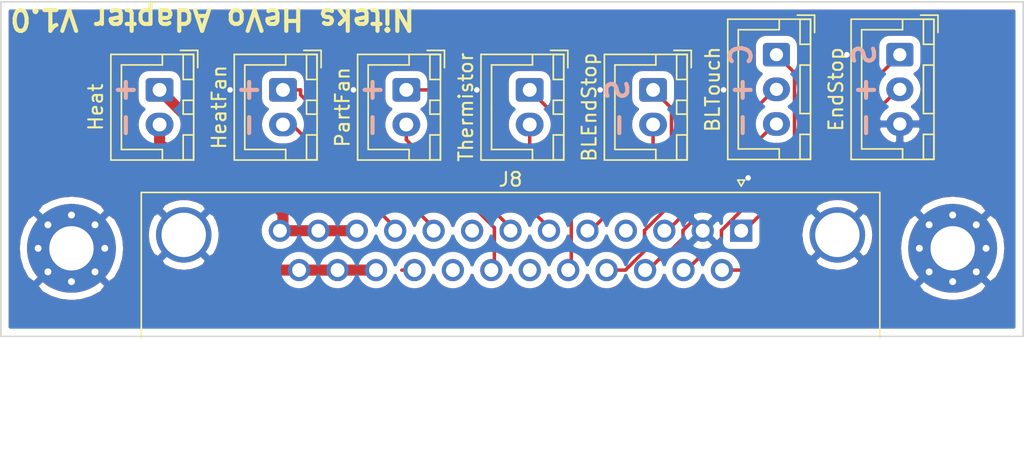
<source format=kicad_pcb>
(kicad_pcb (version 20171130) (host pcbnew "(5.1.2)-2")

  (general
    (thickness 1.6)
    (drawings 19)
    (tracks 72)
    (zones 0)
    (modules 10)
    (nets 22)
  )

  (page A4)
  (layers
    (0 F.Cu signal)
    (31 B.Cu signal)
    (32 B.Adhes user)
    (33 F.Adhes user)
    (34 B.Paste user)
    (35 F.Paste user)
    (36 B.SilkS user)
    (37 F.SilkS user)
    (38 B.Mask user)
    (39 F.Mask user)
    (40 Dwgs.User user)
    (41 Cmts.User user)
    (42 Eco1.User user)
    (43 Eco2.User user)
    (44 Edge.Cuts user)
    (45 Margin user)
    (46 B.CrtYd user)
    (47 F.CrtYd user)
    (48 B.Fab user)
    (49 F.Fab user)
  )

  (setup
    (last_trace_width 0.25)
    (trace_clearance 0.2)
    (zone_clearance 0.508)
    (zone_45_only no)
    (trace_min 0.2)
    (via_size 0.8)
    (via_drill 0.4)
    (via_min_size 0.4)
    (via_min_drill 0.3)
    (uvia_size 0.3)
    (uvia_drill 0.1)
    (uvias_allowed no)
    (uvia_min_size 0.2)
    (uvia_min_drill 0.1)
    (edge_width 0.05)
    (segment_width 0.2)
    (pcb_text_width 0.3)
    (pcb_text_size 1.5 1.5)
    (mod_edge_width 0.12)
    (mod_text_size 1 1)
    (mod_text_width 0.15)
    (pad_size 1.524 1.524)
    (pad_drill 0.762)
    (pad_to_mask_clearance 0.051)
    (solder_mask_min_width 0.25)
    (aux_axis_origin 0 0)
    (visible_elements 7FFFFFFF)
    (pcbplotparams
      (layerselection 0x010f0_ffffffff)
      (usegerberextensions false)
      (usegerberattributes false)
      (usegerberadvancedattributes false)
      (creategerberjobfile false)
      (excludeedgelayer true)
      (linewidth 0.100000)
      (plotframeref false)
      (viasonmask false)
      (mode 1)
      (useauxorigin false)
      (hpglpennumber 1)
      (hpglpenspeed 20)
      (hpglpendiameter 15.000000)
      (psnegative false)
      (psa4output false)
      (plotreference true)
      (plotvalue true)
      (plotinvisibletext false)
      (padsonsilk false)
      (subtractmaskfromsilk false)
      (outputformat 1)
      (mirror false)
      (drillshape 0)
      (scaleselection 1)
      (outputdirectory "gerber/"))
  )

  (net 0 "")
  (net 1 /Stop_GND)
  (net 2 /Stop_5V)
  (net 3 /Stop_Sig)
  (net 4 /Heat_GND)
  (net 5 /Heat_24V)
  (net 6 /Thermistor_2)
  (net 7 /Thermistor_1)
  (net 8 /Heat_Fan_GND)
  (net 9 /Heat_Fan_24V)
  (net 10 /BL_GND)
  (net 11 /BL_5V)
  (net 12 /BL_Ctrl)
  (net 13 /Z_GND)
  (net 14 /Z_Min)
  (net 15 /Part_Fan_GND)
  (net 16 /Part_Fan_24V)
  (net 17 "Net-(J8-Pad22)")
  (net 18 "Net-(J8-Pad21)")
  (net 19 "Net-(J8-Pad19)")
  (net 20 "Net-(J8-Pad8)")
  (net 21 "Net-(J8-Pad4)")

  (net_class Default "This is the default net class."
    (clearance 0.2)
    (trace_width 0.25)
    (via_dia 0.8)
    (via_drill 0.4)
    (uvia_dia 0.3)
    (uvia_drill 0.1)
    (add_net /BL_5V)
    (add_net /BL_Ctrl)
    (add_net /BL_GND)
    (add_net /Heat_Fan_24V)
    (add_net /Heat_Fan_GND)
    (add_net /Part_Fan_24V)
    (add_net /Part_Fan_GND)
    (add_net /Stop_5V)
    (add_net /Stop_GND)
    (add_net /Stop_Sig)
    (add_net /Thermistor_1)
    (add_net /Thermistor_2)
    (add_net /Z_GND)
    (add_net /Z_Min)
    (add_net "Net-(J8-Pad19)")
    (add_net "Net-(J8-Pad21)")
    (add_net "Net-(J8-Pad22)")
    (add_net "Net-(J8-Pad4)")
    (add_net "Net-(J8-Pad8)")
  )

  (net_class 24V ""
    (clearance 0.4)
    (trace_width 0.8)
    (via_dia 0.8)
    (via_drill 0.4)
    (uvia_dia 0.3)
    (uvia_drill 0.1)
    (add_net /Heat_24V)
    (add_net /Heat_GND)
  )

  (module Connector_Dsub:DSUB-25_Female_Horizontal_P2.77x2.84mm_EdgePinOffset4.94mm_Housed_MountingHolesOffset7.48mm (layer F.Cu) (tedit 59FEDEE2) (tstamp 5CFFDFFF)
    (at 187.96 107.95)
    (descr "25-pin D-Sub connector, horizontal/angled (90 deg), THT-mount, female, pitch 2.77x2.84mm, pin-PCB-offset 4.9399999999999995mm, distance of mounting holes 47.1mm, distance of mounting holes to PCB edge 7.4799999999999995mm, see https://disti-assets.s3.amazonaws.com/tonar/files/datasheets/16730.pdf")
    (tags "25-pin D-Sub connector horizontal angled 90deg THT female pitch 2.77x2.84mm pin-PCB-offset 4.9399999999999995mm mounting-holes-distance 47.1mm mounting-hole-offset 47.1mm")
    (path /5D0068AD)
    (fp_text reference J8 (at -16.62 -3.7) (layer F.SilkS)
      (effects (font (size 1 1) (thickness 0.15)))
    )
    (fp_text value DB25_Female_MountingHoles (at -16.62 15.85) (layer F.Fab)
      (effects (font (size 1 1) (thickness 0.15)))
    )
    (fp_text user %R (at -16.62 11.265) (layer F.Fab)
      (effects (font (size 1 1) (thickness 0.15)))
    )
    (fp_line (start 10.45 -3.25) (end -43.7 -3.25) (layer F.CrtYd) (width 0.05))
    (fp_line (start 10.45 14.85) (end 10.45 -3.25) (layer F.CrtYd) (width 0.05))
    (fp_line (start -43.7 14.85) (end 10.45 14.85) (layer F.CrtYd) (width 0.05))
    (fp_line (start -43.7 -3.25) (end -43.7 14.85) (layer F.CrtYd) (width 0.05))
    (fp_line (start 0 -3.221325) (end -0.25 -3.654338) (layer F.SilkS) (width 0.12))
    (fp_line (start 0.25 -3.654338) (end 0 -3.221325) (layer F.SilkS) (width 0.12))
    (fp_line (start -0.25 -3.654338) (end 0.25 -3.654338) (layer F.SilkS) (width 0.12))
    (fp_line (start 9.99 -2.76) (end 9.99 7.72) (layer F.SilkS) (width 0.12))
    (fp_line (start -43.23 -2.76) (end 9.99 -2.76) (layer F.SilkS) (width 0.12))
    (fp_line (start -43.23 7.72) (end -43.23 -2.76) (layer F.SilkS) (width 0.12))
    (fp_line (start 8.53 7.78) (end 8.53 0.3) (layer F.Fab) (width 0.1))
    (fp_line (start 5.33 7.78) (end 5.33 0.3) (layer F.Fab) (width 0.1))
    (fp_line (start -38.57 7.78) (end -38.57 0.3) (layer F.Fab) (width 0.1))
    (fp_line (start -41.77 7.78) (end -41.77 0.3) (layer F.Fab) (width 0.1))
    (fp_line (start 9.43 8.18) (end 4.43 8.18) (layer F.Fab) (width 0.1))
    (fp_line (start 9.43 13.18) (end 9.43 8.18) (layer F.Fab) (width 0.1))
    (fp_line (start 4.43 13.18) (end 9.43 13.18) (layer F.Fab) (width 0.1))
    (fp_line (start 4.43 8.18) (end 4.43 13.18) (layer F.Fab) (width 0.1))
    (fp_line (start -37.67 8.18) (end -42.67 8.18) (layer F.Fab) (width 0.1))
    (fp_line (start -37.67 13.18) (end -37.67 8.18) (layer F.Fab) (width 0.1))
    (fp_line (start -42.67 13.18) (end -37.67 13.18) (layer F.Fab) (width 0.1))
    (fp_line (start -42.67 8.18) (end -42.67 13.18) (layer F.Fab) (width 0.1))
    (fp_line (start 2.53 8.18) (end -35.77 8.18) (layer F.Fab) (width 0.1))
    (fp_line (start 2.53 14.35) (end 2.53 8.18) (layer F.Fab) (width 0.1))
    (fp_line (start -35.77 14.35) (end 2.53 14.35) (layer F.Fab) (width 0.1))
    (fp_line (start -35.77 8.18) (end -35.77 14.35) (layer F.Fab) (width 0.1))
    (fp_line (start 9.93 7.78) (end -43.17 7.78) (layer F.Fab) (width 0.1))
    (fp_line (start 9.93 8.18) (end 9.93 7.78) (layer F.Fab) (width 0.1))
    (fp_line (start -43.17 8.18) (end 9.93 8.18) (layer F.Fab) (width 0.1))
    (fp_line (start -43.17 7.78) (end -43.17 8.18) (layer F.Fab) (width 0.1))
    (fp_line (start 9.93 -2.7) (end -43.17 -2.7) (layer F.Fab) (width 0.1))
    (fp_line (start 9.93 7.78) (end 9.93 -2.7) (layer F.Fab) (width 0.1))
    (fp_line (start -43.17 7.78) (end 9.93 7.78) (layer F.Fab) (width 0.1))
    (fp_line (start -43.17 -2.7) (end -43.17 7.78) (layer F.Fab) (width 0.1))
    (fp_arc (start 6.93 0.3) (end 5.33 0.3) (angle 180) (layer F.Fab) (width 0.1))
    (fp_arc (start -40.17 0.3) (end -41.77 0.3) (angle 180) (layer F.Fab) (width 0.1))
    (pad 0 thru_hole circle (at 6.93 0.3) (size 4 4) (drill 3.2) (layers *.Cu *.Mask)
      (net 1 /Stop_GND))
    (pad 0 thru_hole circle (at -40.17 0.3) (size 4 4) (drill 3.2) (layers *.Cu *.Mask)
      (net 1 /Stop_GND))
    (pad 25 thru_hole circle (at -31.855 2.84) (size 1.6 1.6) (drill 1) (layers *.Cu *.Mask)
      (net 4 /Heat_GND))
    (pad 24 thru_hole circle (at -29.085 2.84) (size 1.6 1.6) (drill 1) (layers *.Cu *.Mask)
      (net 4 /Heat_GND))
    (pad 23 thru_hole circle (at -26.315 2.84) (size 1.6 1.6) (drill 1) (layers *.Cu *.Mask)
      (net 4 /Heat_GND))
    (pad 22 thru_hole circle (at -23.545 2.84) (size 1.6 1.6) (drill 1) (layers *.Cu *.Mask)
      (net 17 "Net-(J8-Pad22)"))
    (pad 21 thru_hole circle (at -20.775 2.84) (size 1.6 1.6) (drill 1) (layers *.Cu *.Mask)
      (net 18 "Net-(J8-Pad21)"))
    (pad 20 thru_hole circle (at -18.005 2.84) (size 1.6 1.6) (drill 1) (layers *.Cu *.Mask)
      (net 15 /Part_Fan_GND))
    (pad 19 thru_hole circle (at -15.235 2.84) (size 1.6 1.6) (drill 1) (layers *.Cu *.Mask)
      (net 19 "Net-(J8-Pad19)"))
    (pad 18 thru_hole circle (at -12.465 2.84) (size 1.6 1.6) (drill 1) (layers *.Cu *.Mask)
      (net 7 /Thermistor_1))
    (pad 17 thru_hole circle (at -9.695 2.84) (size 1.6 1.6) (drill 1) (layers *.Cu *.Mask)
      (net 14 /Z_Min))
    (pad 16 thru_hole circle (at -6.925 2.84) (size 1.6 1.6) (drill 1) (layers *.Cu *.Mask)
      (net 10 /BL_GND))
    (pad 15 thru_hole circle (at -4.155 2.84) (size 1.6 1.6) (drill 1) (layers *.Cu *.Mask)
      (net 12 /BL_Ctrl))
    (pad 14 thru_hole circle (at -1.385 2.84) (size 1.6 1.6) (drill 1) (layers *.Cu *.Mask)
      (net 2 /Stop_5V))
    (pad 13 thru_hole circle (at -33.24 0) (size 1.6 1.6) (drill 1) (layers *.Cu *.Mask)
      (net 5 /Heat_24V))
    (pad 12 thru_hole circle (at -30.47 0) (size 1.6 1.6) (drill 1) (layers *.Cu *.Mask)
      (net 5 /Heat_24V))
    (pad 11 thru_hole circle (at -27.7 0) (size 1.6 1.6) (drill 1) (layers *.Cu *.Mask)
      (net 5 /Heat_24V))
    (pad 10 thru_hole circle (at -24.93 0) (size 1.6 1.6) (drill 1) (layers *.Cu *.Mask)
      (net 8 /Heat_Fan_GND))
    (pad 9 thru_hole circle (at -22.16 0) (size 1.6 1.6) (drill 1) (layers *.Cu *.Mask)
      (net 9 /Heat_Fan_24V))
    (pad 8 thru_hole circle (at -19.39 0) (size 1.6 1.6) (drill 1) (layers *.Cu *.Mask)
      (net 20 "Net-(J8-Pad8)"))
    (pad 7 thru_hole circle (at -16.62 0) (size 1.6 1.6) (drill 1) (layers *.Cu *.Mask)
      (net 16 /Part_Fan_24V))
    (pad 6 thru_hole circle (at -13.85 0) (size 1.6 1.6) (drill 1) (layers *.Cu *.Mask)
      (net 6 /Thermistor_2))
    (pad 5 thru_hole circle (at -11.08 0) (size 1.6 1.6) (drill 1) (layers *.Cu *.Mask)
      (net 13 /Z_GND))
    (pad 4 thru_hole circle (at -8.31 0) (size 1.6 1.6) (drill 1) (layers *.Cu *.Mask)
      (net 21 "Net-(J8-Pad4)"))
    (pad 3 thru_hole circle (at -5.54 0) (size 1.6 1.6) (drill 1) (layers *.Cu *.Mask)
      (net 11 /BL_5V))
    (pad 2 thru_hole circle (at -2.77 0) (size 1.6 1.6) (drill 1) (layers *.Cu *.Mask)
      (net 1 /Stop_GND))
    (pad 1 thru_hole rect (at 0 0) (size 1.6 1.6) (drill 1) (layers *.Cu *.Mask)
      (net 3 /Stop_Sig))
    (model ${KISYS3DMOD}/Connector_Dsub.3dshapes/DSUB-25_Female_Horizontal_P2.77x2.84mm_EdgePinOffset4.94mm_Housed_MountingHolesOffset7.48mm.wrl
      (at (xyz 0 0 0))
      (scale (xyz 1 1 1))
      (rotate (xyz 0 0 0))
    )
  )

  (module MountingHole:MountingHole_3.2mm_M3_Pad_Via (layer F.Cu) (tedit 56DDBCCA) (tstamp 5D004D38)
    (at 203.2 109.22)
    (descr "Mounting Hole 3.2mm, M3")
    (tags "mounting hole 3.2mm m3")
    (path /5D0231A1)
    (attr virtual)
    (fp_text reference H2 (at 0 -4.2) (layer F.SilkS) hide
      (effects (font (size 1 1) (thickness 0.15)))
    )
    (fp_text value MountingHole (at 0 4.2) (layer F.Fab)
      (effects (font (size 1 1) (thickness 0.15)))
    )
    (fp_circle (center 0 0) (end 3.45 0) (layer F.CrtYd) (width 0.05))
    (fp_circle (center 0 0) (end 3.2 0) (layer Cmts.User) (width 0.15))
    (fp_text user %R (at 0.3 0) (layer F.Fab)
      (effects (font (size 1 1) (thickness 0.15)))
    )
    (pad 1 thru_hole circle (at 1.697056 -1.697056) (size 0.8 0.8) (drill 0.5) (layers *.Cu *.Mask)
      (net 1 /Stop_GND))
    (pad 1 thru_hole circle (at 0 -2.4) (size 0.8 0.8) (drill 0.5) (layers *.Cu *.Mask)
      (net 1 /Stop_GND))
    (pad 1 thru_hole circle (at -1.697056 -1.697056) (size 0.8 0.8) (drill 0.5) (layers *.Cu *.Mask)
      (net 1 /Stop_GND))
    (pad 1 thru_hole circle (at -2.4 0) (size 0.8 0.8) (drill 0.5) (layers *.Cu *.Mask)
      (net 1 /Stop_GND))
    (pad 1 thru_hole circle (at -1.697056 1.697056) (size 0.8 0.8) (drill 0.5) (layers *.Cu *.Mask)
      (net 1 /Stop_GND))
    (pad 1 thru_hole circle (at 0 2.4) (size 0.8 0.8) (drill 0.5) (layers *.Cu *.Mask)
      (net 1 /Stop_GND))
    (pad 1 thru_hole circle (at 1.697056 1.697056) (size 0.8 0.8) (drill 0.5) (layers *.Cu *.Mask)
      (net 1 /Stop_GND))
    (pad 1 thru_hole circle (at 2.4 0) (size 0.8 0.8) (drill 0.5) (layers *.Cu *.Mask)
      (net 1 /Stop_GND))
    (pad 1 thru_hole circle (at 0 0) (size 6.4 6.4) (drill 3.2) (layers *.Cu *.Mask)
      (net 1 /Stop_GND))
  )

  (module MountingHole:MountingHole_3.2mm_M3_Pad_Via (layer F.Cu) (tedit 56DDBCCA) (tstamp 5D004D30)
    (at 139.7 109.22)
    (descr "Mounting Hole 3.2mm, M3")
    (tags "mounting hole 3.2mm m3")
    (path /5D0226F8)
    (attr virtual)
    (fp_text reference H1 (at 0 -4.2) (layer F.SilkS) hide
      (effects (font (size 1 1) (thickness 0.15)))
    )
    (fp_text value MountingHole (at 0 4.2) (layer F.Fab)
      (effects (font (size 1 1) (thickness 0.15)))
    )
    (fp_circle (center 0 0) (end 3.45 0) (layer F.CrtYd) (width 0.05))
    (fp_circle (center 0 0) (end 3.2 0) (layer Cmts.User) (width 0.15))
    (fp_text user %R (at 0.3 0) (layer F.Fab)
      (effects (font (size 1 1) (thickness 0.15)))
    )
    (pad 1 thru_hole circle (at 1.697056 -1.697056) (size 0.8 0.8) (drill 0.5) (layers *.Cu *.Mask)
      (net 1 /Stop_GND))
    (pad 1 thru_hole circle (at 0 -2.4) (size 0.8 0.8) (drill 0.5) (layers *.Cu *.Mask)
      (net 1 /Stop_GND))
    (pad 1 thru_hole circle (at -1.697056 -1.697056) (size 0.8 0.8) (drill 0.5) (layers *.Cu *.Mask)
      (net 1 /Stop_GND))
    (pad 1 thru_hole circle (at -2.4 0) (size 0.8 0.8) (drill 0.5) (layers *.Cu *.Mask)
      (net 1 /Stop_GND))
    (pad 1 thru_hole circle (at -1.697056 1.697056) (size 0.8 0.8) (drill 0.5) (layers *.Cu *.Mask)
      (net 1 /Stop_GND))
    (pad 1 thru_hole circle (at 0 2.4) (size 0.8 0.8) (drill 0.5) (layers *.Cu *.Mask)
      (net 1 /Stop_GND))
    (pad 1 thru_hole circle (at 1.697056 1.697056) (size 0.8 0.8) (drill 0.5) (layers *.Cu *.Mask)
      (net 1 /Stop_GND))
    (pad 1 thru_hole circle (at 2.4 0) (size 0.8 0.8) (drill 0.5) (layers *.Cu *.Mask)
      (net 1 /Stop_GND))
    (pad 1 thru_hole circle (at 0 0) (size 6.4 6.4) (drill 3.2) (layers *.Cu *.Mask)
      (net 1 /Stop_GND))
  )

  (module Connector_JST:JST_XH_B2B-XH-A_1x02_P2.50mm_Vertical (layer F.Cu) (tedit 5C28146C) (tstamp 5CFE7862)
    (at 163.83 97.79 270)
    (descr "JST XH series connector, B2B-XH-A (http://www.jst-mfg.com/product/pdf/eng/eXH.pdf), generated with kicad-footprint-generator")
    (tags "connector JST XH vertical")
    (path /5CFF5D71)
    (fp_text reference J7 (at 1.25 -3.55 90) (layer F.SilkS) hide
      (effects (font (size 1 1) (thickness 0.15)))
    )
    (fp_text value PartFan (at 1.25 4.6 90) (layer F.SilkS)
      (effects (font (size 1 1) (thickness 0.15)))
    )
    (fp_text user %R (at 1.25 2.7 90) (layer F.Fab)
      (effects (font (size 1 1) (thickness 0.15)))
    )
    (fp_line (start -2.85 -2.75) (end -2.85 -1.5) (layer F.SilkS) (width 0.12))
    (fp_line (start -1.6 -2.75) (end -2.85 -2.75) (layer F.SilkS) (width 0.12))
    (fp_line (start 4.3 2.75) (end 1.25 2.75) (layer F.SilkS) (width 0.12))
    (fp_line (start 4.3 -0.2) (end 4.3 2.75) (layer F.SilkS) (width 0.12))
    (fp_line (start 5.05 -0.2) (end 4.3 -0.2) (layer F.SilkS) (width 0.12))
    (fp_line (start -1.8 2.75) (end 1.25 2.75) (layer F.SilkS) (width 0.12))
    (fp_line (start -1.8 -0.2) (end -1.8 2.75) (layer F.SilkS) (width 0.12))
    (fp_line (start -2.55 -0.2) (end -1.8 -0.2) (layer F.SilkS) (width 0.12))
    (fp_line (start 5.05 -2.45) (end 3.25 -2.45) (layer F.SilkS) (width 0.12))
    (fp_line (start 5.05 -1.7) (end 5.05 -2.45) (layer F.SilkS) (width 0.12))
    (fp_line (start 3.25 -1.7) (end 5.05 -1.7) (layer F.SilkS) (width 0.12))
    (fp_line (start 3.25 -2.45) (end 3.25 -1.7) (layer F.SilkS) (width 0.12))
    (fp_line (start -0.75 -2.45) (end -2.55 -2.45) (layer F.SilkS) (width 0.12))
    (fp_line (start -0.75 -1.7) (end -0.75 -2.45) (layer F.SilkS) (width 0.12))
    (fp_line (start -2.55 -1.7) (end -0.75 -1.7) (layer F.SilkS) (width 0.12))
    (fp_line (start -2.55 -2.45) (end -2.55 -1.7) (layer F.SilkS) (width 0.12))
    (fp_line (start 1.75 -2.45) (end 0.75 -2.45) (layer F.SilkS) (width 0.12))
    (fp_line (start 1.75 -1.7) (end 1.75 -2.45) (layer F.SilkS) (width 0.12))
    (fp_line (start 0.75 -1.7) (end 1.75 -1.7) (layer F.SilkS) (width 0.12))
    (fp_line (start 0.75 -2.45) (end 0.75 -1.7) (layer F.SilkS) (width 0.12))
    (fp_line (start 0 -1.35) (end 0.625 -2.35) (layer F.Fab) (width 0.1))
    (fp_line (start -0.625 -2.35) (end 0 -1.35) (layer F.Fab) (width 0.1))
    (fp_line (start 5.45 -2.85) (end -2.95 -2.85) (layer F.CrtYd) (width 0.05))
    (fp_line (start 5.45 3.9) (end 5.45 -2.85) (layer F.CrtYd) (width 0.05))
    (fp_line (start -2.95 3.9) (end 5.45 3.9) (layer F.CrtYd) (width 0.05))
    (fp_line (start -2.95 -2.85) (end -2.95 3.9) (layer F.CrtYd) (width 0.05))
    (fp_line (start 5.06 -2.46) (end -2.56 -2.46) (layer F.SilkS) (width 0.12))
    (fp_line (start 5.06 3.51) (end 5.06 -2.46) (layer F.SilkS) (width 0.12))
    (fp_line (start -2.56 3.51) (end 5.06 3.51) (layer F.SilkS) (width 0.12))
    (fp_line (start -2.56 -2.46) (end -2.56 3.51) (layer F.SilkS) (width 0.12))
    (fp_line (start 4.95 -2.35) (end -2.45 -2.35) (layer F.Fab) (width 0.1))
    (fp_line (start 4.95 3.4) (end 4.95 -2.35) (layer F.Fab) (width 0.1))
    (fp_line (start -2.45 3.4) (end 4.95 3.4) (layer F.Fab) (width 0.1))
    (fp_line (start -2.45 -2.35) (end -2.45 3.4) (layer F.Fab) (width 0.1))
    (pad 2 thru_hole oval (at 2.5 0 270) (size 1.7 2) (drill 1) (layers *.Cu *.Mask)
      (net 15 /Part_Fan_GND))
    (pad 1 thru_hole roundrect (at 0 0 270) (size 1.7 2) (drill 1) (layers *.Cu *.Mask) (roundrect_rratio 0.147059)
      (net 16 /Part_Fan_24V))
    (model ${KISYS3DMOD}/Connector_JST.3dshapes/JST_XH_B2B-XH-A_1x02_P2.50mm_Vertical.wrl
      (at (xyz 0 0 0))
      (scale (xyz 1 1 1))
      (rotate (xyz 0 0 0))
    )
  )

  (module Connector_JST:JST_XH_B2B-XH-A_1x02_P2.50mm_Vertical (layer F.Cu) (tedit 5C28146C) (tstamp 5CFE7839)
    (at 181.61 97.79 270)
    (descr "JST XH series connector, B2B-XH-A (http://www.jst-mfg.com/product/pdf/eng/eXH.pdf), generated with kicad-footprint-generator")
    (tags "connector JST XH vertical")
    (path /5CFF037A)
    (fp_text reference J6 (at 1.25 -3.55 90) (layer F.SilkS) hide
      (effects (font (size 1 1) (thickness 0.15)))
    )
    (fp_text value BLEndStop (at 1.25 4.6 90) (layer F.SilkS)
      (effects (font (size 1 1) (thickness 0.15)))
    )
    (fp_text user %R (at 1.25 2.7 90) (layer F.Fab)
      (effects (font (size 1 1) (thickness 0.15)))
    )
    (fp_line (start -2.85 -2.75) (end -2.85 -1.5) (layer F.SilkS) (width 0.12))
    (fp_line (start -1.6 -2.75) (end -2.85 -2.75) (layer F.SilkS) (width 0.12))
    (fp_line (start 4.3 2.75) (end 1.25 2.75) (layer F.SilkS) (width 0.12))
    (fp_line (start 4.3 -0.2) (end 4.3 2.75) (layer F.SilkS) (width 0.12))
    (fp_line (start 5.05 -0.2) (end 4.3 -0.2) (layer F.SilkS) (width 0.12))
    (fp_line (start -1.8 2.75) (end 1.25 2.75) (layer F.SilkS) (width 0.12))
    (fp_line (start -1.8 -0.2) (end -1.8 2.75) (layer F.SilkS) (width 0.12))
    (fp_line (start -2.55 -0.2) (end -1.8 -0.2) (layer F.SilkS) (width 0.12))
    (fp_line (start 5.05 -2.45) (end 3.25 -2.45) (layer F.SilkS) (width 0.12))
    (fp_line (start 5.05 -1.7) (end 5.05 -2.45) (layer F.SilkS) (width 0.12))
    (fp_line (start 3.25 -1.7) (end 5.05 -1.7) (layer F.SilkS) (width 0.12))
    (fp_line (start 3.25 -2.45) (end 3.25 -1.7) (layer F.SilkS) (width 0.12))
    (fp_line (start -0.75 -2.45) (end -2.55 -2.45) (layer F.SilkS) (width 0.12))
    (fp_line (start -0.75 -1.7) (end -0.75 -2.45) (layer F.SilkS) (width 0.12))
    (fp_line (start -2.55 -1.7) (end -0.75 -1.7) (layer F.SilkS) (width 0.12))
    (fp_line (start -2.55 -2.45) (end -2.55 -1.7) (layer F.SilkS) (width 0.12))
    (fp_line (start 1.75 -2.45) (end 0.75 -2.45) (layer F.SilkS) (width 0.12))
    (fp_line (start 1.75 -1.7) (end 1.75 -2.45) (layer F.SilkS) (width 0.12))
    (fp_line (start 0.75 -1.7) (end 1.75 -1.7) (layer F.SilkS) (width 0.12))
    (fp_line (start 0.75 -2.45) (end 0.75 -1.7) (layer F.SilkS) (width 0.12))
    (fp_line (start 0 -1.35) (end 0.625 -2.35) (layer F.Fab) (width 0.1))
    (fp_line (start -0.625 -2.35) (end 0 -1.35) (layer F.Fab) (width 0.1))
    (fp_line (start 5.45 -2.85) (end -2.95 -2.85) (layer F.CrtYd) (width 0.05))
    (fp_line (start 5.45 3.9) (end 5.45 -2.85) (layer F.CrtYd) (width 0.05))
    (fp_line (start -2.95 3.9) (end 5.45 3.9) (layer F.CrtYd) (width 0.05))
    (fp_line (start -2.95 -2.85) (end -2.95 3.9) (layer F.CrtYd) (width 0.05))
    (fp_line (start 5.06 -2.46) (end -2.56 -2.46) (layer F.SilkS) (width 0.12))
    (fp_line (start 5.06 3.51) (end 5.06 -2.46) (layer F.SilkS) (width 0.12))
    (fp_line (start -2.56 3.51) (end 5.06 3.51) (layer F.SilkS) (width 0.12))
    (fp_line (start -2.56 -2.46) (end -2.56 3.51) (layer F.SilkS) (width 0.12))
    (fp_line (start 4.95 -2.35) (end -2.45 -2.35) (layer F.Fab) (width 0.1))
    (fp_line (start 4.95 3.4) (end 4.95 -2.35) (layer F.Fab) (width 0.1))
    (fp_line (start -2.45 3.4) (end 4.95 3.4) (layer F.Fab) (width 0.1))
    (fp_line (start -2.45 -2.35) (end -2.45 3.4) (layer F.Fab) (width 0.1))
    (pad 2 thru_hole oval (at 2.5 0 270) (size 1.7 2) (drill 1) (layers *.Cu *.Mask)
      (net 13 /Z_GND))
    (pad 1 thru_hole roundrect (at 0 0 270) (size 1.7 2) (drill 1) (layers *.Cu *.Mask) (roundrect_rratio 0.147059)
      (net 14 /Z_Min))
    (model ${KISYS3DMOD}/Connector_JST.3dshapes/JST_XH_B2B-XH-A_1x02_P2.50mm_Vertical.wrl
      (at (xyz 0 0 0))
      (scale (xyz 1 1 1))
      (rotate (xyz 0 0 0))
    )
  )

  (module Connector_JST:JST_XH_B3B-XH-A_1x03_P2.50mm_Vertical (layer F.Cu) (tedit 5C28146C) (tstamp 5CFE7810)
    (at 190.5 95.25 270)
    (descr "JST XH series connector, B3B-XH-A (http://www.jst-mfg.com/product/pdf/eng/eXH.pdf), generated with kicad-footprint-generator")
    (tags "connector JST XH vertical")
    (path /5CFE6FDB)
    (fp_text reference J5 (at 2.5 -3.55 90) (layer F.Fab) hide
      (effects (font (size 1 1) (thickness 0.15)))
    )
    (fp_text value BLTouch (at 2.5 4.6 90) (layer F.SilkS)
      (effects (font (size 1 1) (thickness 0.15)))
    )
    (fp_text user %R (at 2.5 2.7 90) (layer F.Fab)
      (effects (font (size 1 1) (thickness 0.15)))
    )
    (fp_line (start -2.85 -2.75) (end -2.85 -1.5) (layer F.SilkS) (width 0.12))
    (fp_line (start -1.6 -2.75) (end -2.85 -2.75) (layer F.SilkS) (width 0.12))
    (fp_line (start 6.8 2.75) (end 2.5 2.75) (layer F.SilkS) (width 0.12))
    (fp_line (start 6.8 -0.2) (end 6.8 2.75) (layer F.SilkS) (width 0.12))
    (fp_line (start 7.55 -0.2) (end 6.8 -0.2) (layer F.SilkS) (width 0.12))
    (fp_line (start -1.8 2.75) (end 2.5 2.75) (layer F.SilkS) (width 0.12))
    (fp_line (start -1.8 -0.2) (end -1.8 2.75) (layer F.SilkS) (width 0.12))
    (fp_line (start -2.55 -0.2) (end -1.8 -0.2) (layer F.SilkS) (width 0.12))
    (fp_line (start 7.55 -2.45) (end 5.75 -2.45) (layer F.SilkS) (width 0.12))
    (fp_line (start 7.55 -1.7) (end 7.55 -2.45) (layer F.SilkS) (width 0.12))
    (fp_line (start 5.75 -1.7) (end 7.55 -1.7) (layer F.SilkS) (width 0.12))
    (fp_line (start 5.75 -2.45) (end 5.75 -1.7) (layer F.SilkS) (width 0.12))
    (fp_line (start -0.75 -2.45) (end -2.55 -2.45) (layer F.SilkS) (width 0.12))
    (fp_line (start -0.75 -1.7) (end -0.75 -2.45) (layer F.SilkS) (width 0.12))
    (fp_line (start -2.55 -1.7) (end -0.75 -1.7) (layer F.SilkS) (width 0.12))
    (fp_line (start -2.55 -2.45) (end -2.55 -1.7) (layer F.SilkS) (width 0.12))
    (fp_line (start 4.25 -2.45) (end 0.75 -2.45) (layer F.SilkS) (width 0.12))
    (fp_line (start 4.25 -1.7) (end 4.25 -2.45) (layer F.SilkS) (width 0.12))
    (fp_line (start 0.75 -1.7) (end 4.25 -1.7) (layer F.SilkS) (width 0.12))
    (fp_line (start 0.75 -2.45) (end 0.75 -1.7) (layer F.SilkS) (width 0.12))
    (fp_line (start 0 -1.35) (end 0.625 -2.35) (layer F.Fab) (width 0.1))
    (fp_line (start -0.625 -2.35) (end 0 -1.35) (layer F.Fab) (width 0.1))
    (fp_line (start 7.95 -2.85) (end -2.95 -2.85) (layer F.CrtYd) (width 0.05))
    (fp_line (start 7.95 3.9) (end 7.95 -2.85) (layer F.CrtYd) (width 0.05))
    (fp_line (start -2.95 3.9) (end 7.95 3.9) (layer F.CrtYd) (width 0.05))
    (fp_line (start -2.95 -2.85) (end -2.95 3.9) (layer F.CrtYd) (width 0.05))
    (fp_line (start 7.56 -2.46) (end -2.56 -2.46) (layer F.SilkS) (width 0.12))
    (fp_line (start 7.56 3.51) (end 7.56 -2.46) (layer F.SilkS) (width 0.12))
    (fp_line (start -2.56 3.51) (end 7.56 3.51) (layer F.SilkS) (width 0.12))
    (fp_line (start -2.56 -2.46) (end -2.56 3.51) (layer F.SilkS) (width 0.12))
    (fp_line (start 7.45 -2.35) (end -2.45 -2.35) (layer F.Fab) (width 0.1))
    (fp_line (start 7.45 3.4) (end 7.45 -2.35) (layer F.Fab) (width 0.1))
    (fp_line (start -2.45 3.4) (end 7.45 3.4) (layer F.Fab) (width 0.1))
    (fp_line (start -2.45 -2.35) (end -2.45 3.4) (layer F.Fab) (width 0.1))
    (pad 3 thru_hole oval (at 5 0 270) (size 1.7 1.95) (drill 0.95) (layers *.Cu *.Mask)
      (net 10 /BL_GND))
    (pad 2 thru_hole oval (at 2.5 0 270) (size 1.7 1.95) (drill 0.95) (layers *.Cu *.Mask)
      (net 11 /BL_5V))
    (pad 1 thru_hole roundrect (at 0 0 270) (size 1.7 1.95) (drill 0.95) (layers *.Cu *.Mask) (roundrect_rratio 0.147059)
      (net 12 /BL_Ctrl))
    (model ${KISYS3DMOD}/Connector_JST.3dshapes/JST_XH_B3B-XH-A_1x03_P2.50mm_Vertical.wrl
      (at (xyz 0 0 0))
      (scale (xyz 1 1 1))
      (rotate (xyz 0 0 0))
    )
  )

  (module Connector_JST:JST_XH_B2B-XH-A_1x02_P2.50mm_Vertical (layer F.Cu) (tedit 5C28146C) (tstamp 5CFE77E6)
    (at 154.94 97.79 270)
    (descr "JST XH series connector, B2B-XH-A (http://www.jst-mfg.com/product/pdf/eng/eXH.pdf), generated with kicad-footprint-generator")
    (tags "connector JST XH vertical")
    (path /5CFF739F)
    (fp_text reference J4 (at 1.25 -3.55 90) (layer F.SilkS) hide
      (effects (font (size 1 1) (thickness 0.15)))
    )
    (fp_text value HeatFan (at 1.25 4.6 90) (layer F.SilkS)
      (effects (font (size 1 1) (thickness 0.15)))
    )
    (fp_text user %R (at 1.25 2.7 90) (layer F.Fab)
      (effects (font (size 1 1) (thickness 0.15)))
    )
    (fp_line (start -2.85 -2.75) (end -2.85 -1.5) (layer F.SilkS) (width 0.12))
    (fp_line (start -1.6 -2.75) (end -2.85 -2.75) (layer F.SilkS) (width 0.12))
    (fp_line (start 4.3 2.75) (end 1.25 2.75) (layer F.SilkS) (width 0.12))
    (fp_line (start 4.3 -0.2) (end 4.3 2.75) (layer F.SilkS) (width 0.12))
    (fp_line (start 5.05 -0.2) (end 4.3 -0.2) (layer F.SilkS) (width 0.12))
    (fp_line (start -1.8 2.75) (end 1.25 2.75) (layer F.SilkS) (width 0.12))
    (fp_line (start -1.8 -0.2) (end -1.8 2.75) (layer F.SilkS) (width 0.12))
    (fp_line (start -2.55 -0.2) (end -1.8 -0.2) (layer F.SilkS) (width 0.12))
    (fp_line (start 5.05 -2.45) (end 3.25 -2.45) (layer F.SilkS) (width 0.12))
    (fp_line (start 5.05 -1.7) (end 5.05 -2.45) (layer F.SilkS) (width 0.12))
    (fp_line (start 3.25 -1.7) (end 5.05 -1.7) (layer F.SilkS) (width 0.12))
    (fp_line (start 3.25 -2.45) (end 3.25 -1.7) (layer F.SilkS) (width 0.12))
    (fp_line (start -0.75 -2.45) (end -2.55 -2.45) (layer F.SilkS) (width 0.12))
    (fp_line (start -0.75 -1.7) (end -0.75 -2.45) (layer F.SilkS) (width 0.12))
    (fp_line (start -2.55 -1.7) (end -0.75 -1.7) (layer F.SilkS) (width 0.12))
    (fp_line (start -2.55 -2.45) (end -2.55 -1.7) (layer F.SilkS) (width 0.12))
    (fp_line (start 1.75 -2.45) (end 0.75 -2.45) (layer F.SilkS) (width 0.12))
    (fp_line (start 1.75 -1.7) (end 1.75 -2.45) (layer F.SilkS) (width 0.12))
    (fp_line (start 0.75 -1.7) (end 1.75 -1.7) (layer F.SilkS) (width 0.12))
    (fp_line (start 0.75 -2.45) (end 0.75 -1.7) (layer F.SilkS) (width 0.12))
    (fp_line (start 0 -1.35) (end 0.625 -2.35) (layer F.Fab) (width 0.1))
    (fp_line (start -0.625 -2.35) (end 0 -1.35) (layer F.Fab) (width 0.1))
    (fp_line (start 5.45 -2.85) (end -2.95 -2.85) (layer F.CrtYd) (width 0.05))
    (fp_line (start 5.45 3.9) (end 5.45 -2.85) (layer F.CrtYd) (width 0.05))
    (fp_line (start -2.95 3.9) (end 5.45 3.9) (layer F.CrtYd) (width 0.05))
    (fp_line (start -2.95 -2.85) (end -2.95 3.9) (layer F.CrtYd) (width 0.05))
    (fp_line (start 5.06 -2.46) (end -2.56 -2.46) (layer F.SilkS) (width 0.12))
    (fp_line (start 5.06 3.51) (end 5.06 -2.46) (layer F.SilkS) (width 0.12))
    (fp_line (start -2.56 3.51) (end 5.06 3.51) (layer F.SilkS) (width 0.12))
    (fp_line (start -2.56 -2.46) (end -2.56 3.51) (layer F.SilkS) (width 0.12))
    (fp_line (start 4.95 -2.35) (end -2.45 -2.35) (layer F.Fab) (width 0.1))
    (fp_line (start 4.95 3.4) (end 4.95 -2.35) (layer F.Fab) (width 0.1))
    (fp_line (start -2.45 3.4) (end 4.95 3.4) (layer F.Fab) (width 0.1))
    (fp_line (start -2.45 -2.35) (end -2.45 3.4) (layer F.Fab) (width 0.1))
    (pad 2 thru_hole oval (at 2.5 0 270) (size 1.7 2) (drill 1) (layers *.Cu *.Mask)
      (net 8 /Heat_Fan_GND))
    (pad 1 thru_hole roundrect (at 0 0 270) (size 1.7 2) (drill 1) (layers *.Cu *.Mask) (roundrect_rratio 0.147059)
      (net 9 /Heat_Fan_24V))
    (model ${KISYS3DMOD}/Connector_JST.3dshapes/JST_XH_B2B-XH-A_1x02_P2.50mm_Vertical.wrl
      (at (xyz 0 0 0))
      (scale (xyz 1 1 1))
      (rotate (xyz 0 0 0))
    )
  )

  (module Connector_JST:JST_XH_B2B-XH-A_1x02_P2.50mm_Vertical (layer F.Cu) (tedit 5C28146C) (tstamp 5CFE77BD)
    (at 172.72 97.79 270)
    (descr "JST XH series connector, B2B-XH-A (http://www.jst-mfg.com/product/pdf/eng/eXH.pdf), generated with kicad-footprint-generator")
    (tags "connector JST XH vertical")
    (path /5CFF4A5D)
    (fp_text reference J3 (at 1.25 -3.55 90) (layer F.SilkS) hide
      (effects (font (size 1 1) (thickness 0.15)))
    )
    (fp_text value Thermistor (at 1.25 4.6 90) (layer F.SilkS)
      (effects (font (size 1 1) (thickness 0.15)))
    )
    (fp_text user %R (at 1.25 2.7 90) (layer F.Fab)
      (effects (font (size 1 1) (thickness 0.15)))
    )
    (fp_line (start -2.85 -2.75) (end -2.85 -1.5) (layer F.SilkS) (width 0.12))
    (fp_line (start -1.6 -2.75) (end -2.85 -2.75) (layer F.SilkS) (width 0.12))
    (fp_line (start 4.3 2.75) (end 1.25 2.75) (layer F.SilkS) (width 0.12))
    (fp_line (start 4.3 -0.2) (end 4.3 2.75) (layer F.SilkS) (width 0.12))
    (fp_line (start 5.05 -0.2) (end 4.3 -0.2) (layer F.SilkS) (width 0.12))
    (fp_line (start -1.8 2.75) (end 1.25 2.75) (layer F.SilkS) (width 0.12))
    (fp_line (start -1.8 -0.2) (end -1.8 2.75) (layer F.SilkS) (width 0.12))
    (fp_line (start -2.55 -0.2) (end -1.8 -0.2) (layer F.SilkS) (width 0.12))
    (fp_line (start 5.05 -2.45) (end 3.25 -2.45) (layer F.SilkS) (width 0.12))
    (fp_line (start 5.05 -1.7) (end 5.05 -2.45) (layer F.SilkS) (width 0.12))
    (fp_line (start 3.25 -1.7) (end 5.05 -1.7) (layer F.SilkS) (width 0.12))
    (fp_line (start 3.25 -2.45) (end 3.25 -1.7) (layer F.SilkS) (width 0.12))
    (fp_line (start -0.75 -2.45) (end -2.55 -2.45) (layer F.SilkS) (width 0.12))
    (fp_line (start -0.75 -1.7) (end -0.75 -2.45) (layer F.SilkS) (width 0.12))
    (fp_line (start -2.55 -1.7) (end -0.75 -1.7) (layer F.SilkS) (width 0.12))
    (fp_line (start -2.55 -2.45) (end -2.55 -1.7) (layer F.SilkS) (width 0.12))
    (fp_line (start 1.75 -2.45) (end 0.75 -2.45) (layer F.SilkS) (width 0.12))
    (fp_line (start 1.75 -1.7) (end 1.75 -2.45) (layer F.SilkS) (width 0.12))
    (fp_line (start 0.75 -1.7) (end 1.75 -1.7) (layer F.SilkS) (width 0.12))
    (fp_line (start 0.75 -2.45) (end 0.75 -1.7) (layer F.SilkS) (width 0.12))
    (fp_line (start 0 -1.35) (end 0.625 -2.35) (layer F.Fab) (width 0.1))
    (fp_line (start -0.625 -2.35) (end 0 -1.35) (layer F.Fab) (width 0.1))
    (fp_line (start 5.45 -2.85) (end -2.95 -2.85) (layer F.CrtYd) (width 0.05))
    (fp_line (start 5.45 3.9) (end 5.45 -2.85) (layer F.CrtYd) (width 0.05))
    (fp_line (start -2.95 3.9) (end 5.45 3.9) (layer F.CrtYd) (width 0.05))
    (fp_line (start -2.95 -2.85) (end -2.95 3.9) (layer F.CrtYd) (width 0.05))
    (fp_line (start 5.06 -2.46) (end -2.56 -2.46) (layer F.SilkS) (width 0.12))
    (fp_line (start 5.06 3.51) (end 5.06 -2.46) (layer F.SilkS) (width 0.12))
    (fp_line (start -2.56 3.51) (end 5.06 3.51) (layer F.SilkS) (width 0.12))
    (fp_line (start -2.56 -2.46) (end -2.56 3.51) (layer F.SilkS) (width 0.12))
    (fp_line (start 4.95 -2.35) (end -2.45 -2.35) (layer F.Fab) (width 0.1))
    (fp_line (start 4.95 3.4) (end 4.95 -2.35) (layer F.Fab) (width 0.1))
    (fp_line (start -2.45 3.4) (end 4.95 3.4) (layer F.Fab) (width 0.1))
    (fp_line (start -2.45 -2.35) (end -2.45 3.4) (layer F.Fab) (width 0.1))
    (pad 2 thru_hole oval (at 2.5 0 270) (size 1.7 2) (drill 1) (layers *.Cu *.Mask)
      (net 6 /Thermistor_2))
    (pad 1 thru_hole roundrect (at 0 0 270) (size 1.7 2) (drill 1) (layers *.Cu *.Mask) (roundrect_rratio 0.147059)
      (net 7 /Thermistor_1))
    (model ${KISYS3DMOD}/Connector_JST.3dshapes/JST_XH_B2B-XH-A_1x02_P2.50mm_Vertical.wrl
      (at (xyz 0 0 0))
      (scale (xyz 1 1 1))
      (rotate (xyz 0 0 0))
    )
  )

  (module Connector_JST:JST_XH_B2B-XH-A_1x02_P2.50mm_Vertical (layer F.Cu) (tedit 5C28146C) (tstamp 5CFE7794)
    (at 146.05 97.79 270)
    (descr "JST XH series connector, B2B-XH-A (http://www.jst-mfg.com/product/pdf/eng/eXH.pdf), generated with kicad-footprint-generator")
    (tags "connector JST XH vertical")
    (path /5CFF3B01)
    (fp_text reference J2 (at 1.25 -3.55 90) (layer F.SilkS) hide
      (effects (font (size 1 1) (thickness 0.15)))
    )
    (fp_text value Heat (at 1.25 4.6 90) (layer F.SilkS)
      (effects (font (size 1 1) (thickness 0.15)))
    )
    (fp_text user %R (at 1.25 2.7 90) (layer F.Fab)
      (effects (font (size 1 1) (thickness 0.15)))
    )
    (fp_line (start -2.85 -2.75) (end -2.85 -1.5) (layer F.SilkS) (width 0.12))
    (fp_line (start -1.6 -2.75) (end -2.85 -2.75) (layer F.SilkS) (width 0.12))
    (fp_line (start 4.3 2.75) (end 1.25 2.75) (layer F.SilkS) (width 0.12))
    (fp_line (start 4.3 -0.2) (end 4.3 2.75) (layer F.SilkS) (width 0.12))
    (fp_line (start 5.05 -0.2) (end 4.3 -0.2) (layer F.SilkS) (width 0.12))
    (fp_line (start -1.8 2.75) (end 1.25 2.75) (layer F.SilkS) (width 0.12))
    (fp_line (start -1.8 -0.2) (end -1.8 2.75) (layer F.SilkS) (width 0.12))
    (fp_line (start -2.55 -0.2) (end -1.8 -0.2) (layer F.SilkS) (width 0.12))
    (fp_line (start 5.05 -2.45) (end 3.25 -2.45) (layer F.SilkS) (width 0.12))
    (fp_line (start 5.05 -1.7) (end 5.05 -2.45) (layer F.SilkS) (width 0.12))
    (fp_line (start 3.25 -1.7) (end 5.05 -1.7) (layer F.SilkS) (width 0.12))
    (fp_line (start 3.25 -2.45) (end 3.25 -1.7) (layer F.SilkS) (width 0.12))
    (fp_line (start -0.75 -2.45) (end -2.55 -2.45) (layer F.SilkS) (width 0.12))
    (fp_line (start -0.75 -1.7) (end -0.75 -2.45) (layer F.SilkS) (width 0.12))
    (fp_line (start -2.55 -1.7) (end -0.75 -1.7) (layer F.SilkS) (width 0.12))
    (fp_line (start -2.55 -2.45) (end -2.55 -1.7) (layer F.SilkS) (width 0.12))
    (fp_line (start 1.75 -2.45) (end 0.75 -2.45) (layer F.SilkS) (width 0.12))
    (fp_line (start 1.75 -1.7) (end 1.75 -2.45) (layer F.SilkS) (width 0.12))
    (fp_line (start 0.75 -1.7) (end 1.75 -1.7) (layer F.SilkS) (width 0.12))
    (fp_line (start 0.75 -2.45) (end 0.75 -1.7) (layer F.SilkS) (width 0.12))
    (fp_line (start 0 -1.35) (end 0.625 -2.35) (layer F.Fab) (width 0.1))
    (fp_line (start -0.625 -2.35) (end 0 -1.35) (layer F.Fab) (width 0.1))
    (fp_line (start 5.45 -2.85) (end -2.95 -2.85) (layer F.CrtYd) (width 0.05))
    (fp_line (start 5.45 3.9) (end 5.45 -2.85) (layer F.CrtYd) (width 0.05))
    (fp_line (start -2.95 3.9) (end 5.45 3.9) (layer F.CrtYd) (width 0.05))
    (fp_line (start -2.95 -2.85) (end -2.95 3.9) (layer F.CrtYd) (width 0.05))
    (fp_line (start 5.06 -2.46) (end -2.56 -2.46) (layer F.SilkS) (width 0.12))
    (fp_line (start 5.06 3.51) (end 5.06 -2.46) (layer F.SilkS) (width 0.12))
    (fp_line (start -2.56 3.51) (end 5.06 3.51) (layer F.SilkS) (width 0.12))
    (fp_line (start -2.56 -2.46) (end -2.56 3.51) (layer F.SilkS) (width 0.12))
    (fp_line (start 4.95 -2.35) (end -2.45 -2.35) (layer F.Fab) (width 0.1))
    (fp_line (start 4.95 3.4) (end 4.95 -2.35) (layer F.Fab) (width 0.1))
    (fp_line (start -2.45 3.4) (end 4.95 3.4) (layer F.Fab) (width 0.1))
    (fp_line (start -2.45 -2.35) (end -2.45 3.4) (layer F.Fab) (width 0.1))
    (pad 2 thru_hole oval (at 2.5 0 270) (size 1.7 2) (drill 1) (layers *.Cu *.Mask)
      (net 4 /Heat_GND))
    (pad 1 thru_hole roundrect (at 0 0 270) (size 1.7 2) (drill 1) (layers *.Cu *.Mask) (roundrect_rratio 0.147059)
      (net 5 /Heat_24V))
    (model ${KISYS3DMOD}/Connector_JST.3dshapes/JST_XH_B2B-XH-A_1x02_P2.50mm_Vertical.wrl
      (at (xyz 0 0 0))
      (scale (xyz 1 1 1))
      (rotate (xyz 0 0 0))
    )
  )

  (module Connector_JST:JST_XH_B3B-XH-A_1x03_P2.50mm_Vertical (layer F.Cu) (tedit 5C28146C) (tstamp 5CFE776B)
    (at 199.39 95.25 270)
    (descr "JST XH series connector, B3B-XH-A (http://www.jst-mfg.com/product/pdf/eng/eXH.pdf), generated with kicad-footprint-generator")
    (tags "connector JST XH vertical")
    (path /5CFF219D)
    (fp_text reference J1 (at 2.5 -3.55 90) (layer F.Fab) hide
      (effects (font (size 1 1) (thickness 0.15)))
    )
    (fp_text value EndStop (at 2.5 4.6 90) (layer F.SilkS)
      (effects (font (size 1 1) (thickness 0.15)))
    )
    (fp_text user %R (at 2.5 2.7 90) (layer F.Fab)
      (effects (font (size 1 1) (thickness 0.15)))
    )
    (fp_line (start -2.85 -2.75) (end -2.85 -1.5) (layer F.SilkS) (width 0.12))
    (fp_line (start -1.6 -2.75) (end -2.85 -2.75) (layer F.SilkS) (width 0.12))
    (fp_line (start 6.8 2.75) (end 2.5 2.75) (layer F.SilkS) (width 0.12))
    (fp_line (start 6.8 -0.2) (end 6.8 2.75) (layer F.SilkS) (width 0.12))
    (fp_line (start 7.55 -0.2) (end 6.8 -0.2) (layer F.SilkS) (width 0.12))
    (fp_line (start -1.8 2.75) (end 2.5 2.75) (layer F.SilkS) (width 0.12))
    (fp_line (start -1.8 -0.2) (end -1.8 2.75) (layer F.SilkS) (width 0.12))
    (fp_line (start -2.55 -0.2) (end -1.8 -0.2) (layer F.SilkS) (width 0.12))
    (fp_line (start 7.55 -2.45) (end 5.75 -2.45) (layer F.SilkS) (width 0.12))
    (fp_line (start 7.55 -1.7) (end 7.55 -2.45) (layer F.SilkS) (width 0.12))
    (fp_line (start 5.75 -1.7) (end 7.55 -1.7) (layer F.SilkS) (width 0.12))
    (fp_line (start 5.75 -2.45) (end 5.75 -1.7) (layer F.SilkS) (width 0.12))
    (fp_line (start -0.75 -2.45) (end -2.55 -2.45) (layer F.SilkS) (width 0.12))
    (fp_line (start -0.75 -1.7) (end -0.75 -2.45) (layer F.SilkS) (width 0.12))
    (fp_line (start -2.55 -1.7) (end -0.75 -1.7) (layer F.SilkS) (width 0.12))
    (fp_line (start -2.55 -2.45) (end -2.55 -1.7) (layer F.SilkS) (width 0.12))
    (fp_line (start 4.25 -2.45) (end 0.75 -2.45) (layer F.SilkS) (width 0.12))
    (fp_line (start 4.25 -1.7) (end 4.25 -2.45) (layer F.SilkS) (width 0.12))
    (fp_line (start 0.75 -1.7) (end 4.25 -1.7) (layer F.SilkS) (width 0.12))
    (fp_line (start 0.75 -2.45) (end 0.75 -1.7) (layer F.SilkS) (width 0.12))
    (fp_line (start 0 -1.35) (end 0.625 -2.35) (layer F.Fab) (width 0.1))
    (fp_line (start -0.625 -2.35) (end 0 -1.35) (layer F.Fab) (width 0.1))
    (fp_line (start 7.95 -2.85) (end -2.95 -2.85) (layer F.CrtYd) (width 0.05))
    (fp_line (start 7.95 3.9) (end 7.95 -2.85) (layer F.CrtYd) (width 0.05))
    (fp_line (start -2.95 3.9) (end 7.95 3.9) (layer F.CrtYd) (width 0.05))
    (fp_line (start -2.95 -2.85) (end -2.95 3.9) (layer F.CrtYd) (width 0.05))
    (fp_line (start 7.56 -2.46) (end -2.56 -2.46) (layer F.SilkS) (width 0.12))
    (fp_line (start 7.56 3.51) (end 7.56 -2.46) (layer F.SilkS) (width 0.12))
    (fp_line (start -2.56 3.51) (end 7.56 3.51) (layer F.SilkS) (width 0.12))
    (fp_line (start -2.56 -2.46) (end -2.56 3.51) (layer F.SilkS) (width 0.12))
    (fp_line (start 7.45 -2.35) (end -2.45 -2.35) (layer F.Fab) (width 0.1))
    (fp_line (start 7.45 3.4) (end 7.45 -2.35) (layer F.Fab) (width 0.1))
    (fp_line (start -2.45 3.4) (end 7.45 3.4) (layer F.Fab) (width 0.1))
    (fp_line (start -2.45 -2.35) (end -2.45 3.4) (layer F.Fab) (width 0.1))
    (pad 3 thru_hole oval (at 5 0 270) (size 1.7 1.95) (drill 0.95) (layers *.Cu *.Mask)
      (net 1 /Stop_GND))
    (pad 2 thru_hole oval (at 2.5 0 270) (size 1.7 1.95) (drill 0.95) (layers *.Cu *.Mask)
      (net 2 /Stop_5V))
    (pad 1 thru_hole roundrect (at 0 0 270) (size 1.7 1.95) (drill 0.95) (layers *.Cu *.Mask) (roundrect_rratio 0.147059)
      (net 3 /Stop_Sig))
    (model ${KISYS3DMOD}/Connector_JST.3dshapes/JST_XH_B3B-XH-A_1x03_P2.50mm_Vertical.wrl
      (at (xyz 0 0 0))
      (scale (xyz 1 1 1))
      (rotate (xyz 0 0 0))
    )
  )

  (gr_line (start 134.62 115.57) (end 134.62 91.44) (layer Edge.Cuts) (width 0.1))
  (gr_line (start 208.28 115.57) (end 134.62 115.57) (layer Edge.Cuts) (width 0.1))
  (gr_line (start 208.28 91.44) (end 208.28 115.57) (layer Edge.Cuts) (width 0.1))
  (gr_line (start 134.62 91.44) (end 208.28 91.44) (layer Edge.Cuts) (width 0.1))
  (gr_text C (at 187.96 95.25 90) (layer B.SilkS)
    (effects (font (size 1.5 1.5) (thickness 0.3)) (justify mirror))
  )
  (gr_text S (at 196.85 95.25 90) (layer B.SilkS) (tstamp 5D006F2A)
    (effects (font (size 1.5 1.5) (thickness 0.3)) (justify mirror))
  )
  (gr_text - (at 196.85 100.33 90) (layer B.SilkS) (tstamp 5D006BA0)
    (effects (font (size 1.5 1.5) (thickness 0.3)))
  )
  (gr_text + (at 196.85 97.79 90) (layer B.SilkS) (tstamp 5D006B9F)
    (effects (font (size 1.5 1.5) (thickness 0.3)))
  )
  (gr_text - (at 187.96 100.33 90) (layer B.SilkS) (tstamp 5D006BA0)
    (effects (font (size 1.5 1.5) (thickness 0.3)))
  )
  (gr_text + (at 187.96 97.79 90) (layer B.SilkS) (tstamp 5D006B9F)
    (effects (font (size 1.5 1.5) (thickness 0.3)))
  )
  (gr_text S (at 179.07 97.79 90) (layer B.SilkS)
    (effects (font (size 1.5 1.5) (thickness 0.3)) (justify mirror))
  )
  (gr_text - (at 179.07 100.33 90) (layer B.SilkS) (tstamp 5D006BA0)
    (effects (font (size 1.5 1.5) (thickness 0.3)))
  )
  (gr_text - (at 161.29 100.33 90) (layer B.SilkS) (tstamp 5D006BA0)
    (effects (font (size 1.5 1.5) (thickness 0.3)))
  )
  (gr_text + (at 161.29 97.79 90) (layer B.SilkS) (tstamp 5D006B9F)
    (effects (font (size 1.5 1.5) (thickness 0.3)))
  )
  (gr_text - (at 152.4 100.33 90) (layer B.SilkS) (tstamp 5D006BA0)
    (effects (font (size 1.5 1.5) (thickness 0.3)))
  )
  (gr_text + (at 152.4 97.79 90) (layer B.SilkS) (tstamp 5D006B9F)
    (effects (font (size 1.5 1.5) (thickness 0.3)))
  )
  (gr_text - (at 143.51 100.33 90) (layer B.SilkS)
    (effects (font (size 1.5 1.5) (thickness 0.3)))
  )
  (gr_text + (at 143.51 97.79 90) (layer B.SilkS)
    (effects (font (size 1.5 1.5) (thickness 0.3)))
  )
  (gr_text "Niteks HeVo Adapter V1.0" (at 149.86 92.71 180) (layer F.SilkS)
    (effects (font (size 1.5 1.5) (thickness 0.3)))
  )

  (via (at 188.46 104.14) (size 0.8) (drill 0.4) (layers F.Cu B.Cu) (net 1))
  (via (at 195.58 95.25) (size 0.8) (drill 0.4) (layers F.Cu B.Cu) (net 1))
  (via (at 151.13 97.79) (size 0.8) (drill 0.4) (layers F.Cu B.Cu) (net 1))
  (via (at 160.02 97.79) (size 0.8) (drill 0.4) (layers F.Cu B.Cu) (net 1))
  (via (at 168.91 97.79) (size 0.8) (drill 0.4) (layers F.Cu B.Cu) (net 1))
  (via (at 177.8 97.79) (size 0.8) (drill 0.4) (layers F.Cu B.Cu) (net 1))
  (via (at 186.69 97.79) (size 0.8) (drill 0.4) (layers F.Cu B.Cu) (net 1))
  (segment (start 199.265 97.75) (end 196.85 100.165) (width 0.25) (layer F.Cu) (net 2))
  (segment (start 199.39 97.75) (end 199.265 97.75) (width 0.25) (layer F.Cu) (net 2))
  (segment (start 187.92637 110.79) (end 186.795 110.79) (width 0.25) (layer F.Cu) (net 2))
  (segment (start 196.85 101.86637) (end 187.92637 110.79) (width 0.25) (layer F.Cu) (net 2))
  (segment (start 196.85 100.165) (end 196.85 101.86637) (width 0.25) (layer F.Cu) (net 2))
  (segment (start 199.39 95.25) (end 193.04 101.6) (width 0.25) (layer F.Cu) (net 3))
  (segment (start 193.04 103.09) (end 188.18 107.95) (width 0.25) (layer F.Cu) (net 3))
  (segment (start 193.04 101.6) (end 193.04 103.09) (width 0.25) (layer F.Cu) (net 3))
  (segment (start 152.7 110.79) (end 156.325 110.79) (width 0.8) (layer F.Cu) (net 4))
  (segment (start 156.325 110.79) (end 159.095 110.79) (width 0.8) (layer F.Cu) (net 4))
  (segment (start 159.095 110.79) (end 161.865 110.79) (width 0.8) (layer F.Cu) (net 4))
  (segment (start 146.05 100.29) (end 146.05 101.94) (width 0.8) (layer F.Cu) (net 4))
  (segment (start 146.05 101.94) (end 146.39 101.94) (width 0.8) (layer F.Cu) (net 4))
  (segment (start 146.39 101.94) (end 152.4 107.95) (width 0.8) (layer F.Cu) (net 4))
  (segment (start 152.4 107.95) (end 152.4 110.49) (width 0.8) (layer F.Cu) (net 4))
  (segment (start 154.94 107.95) (end 157.71 107.95) (width 0.8) (layer F.Cu) (net 5))
  (segment (start 157.71 107.95) (end 160.48 107.95) (width 0.8) (layer F.Cu) (net 5))
  (segment (start 154.94 106.68) (end 154.94 107.95) (width 0.8) (layer F.Cu) (net 5))
  (segment (start 146.05 97.79) (end 154.94 106.68) (width 0.8) (layer F.Cu) (net 5))
  (segment (start 172.72 106.34) (end 174.33 107.95) (width 0.25) (layer F.Cu) (net 6))
  (segment (start 172.72 100.29) (end 172.72 106.34) (width 0.25) (layer F.Cu) (net 6))
  (segment (start 175.715 100.785) (end 175.715 110.79) (width 0.25) (layer F.Cu) (net 7))
  (segment (start 172.72 97.79) (end 175.715 100.785) (width 0.25) (layer F.Cu) (net 7))
  (segment (start 162.450001 107.150001) (end 163.25 107.95) (width 0.25) (layer F.Cu) (net 8))
  (segment (start 155.59 100.29) (end 162.450001 107.150001) (width 0.25) (layer F.Cu) (net 8))
  (segment (start 154.94 100.29) (end 155.59 100.29) (width 0.25) (layer F.Cu) (net 8))
  (segment (start 154.94 97.79) (end 156.21 97.79) (width 0.25) (layer F.Cu) (net 9))
  (segment (start 156.21 98.14) (end 166.02 107.95) (width 0.25) (layer F.Cu) (net 9))
  (segment (start 156.21 97.79) (end 156.21 98.14) (width 0.25) (layer F.Cu) (net 9))
  (segment (start 163.50363 110.79) (end 164.635 110.79) (width 0.25) (layer F.Cu) (net 17))
  (segment (start 182.054999 109.990001) (end 181.255 110.79) (width 0.25) (layer F.Cu) (net 10))
  (segment (start 182.265001 109.990001) (end 182.054999 109.990001) (width 0.25) (layer F.Cu) (net 10))
  (segment (start 183.765001 108.490001) (end 182.265001 109.990001) (width 0.25) (layer F.Cu) (net 10))
  (segment (start 183.765001 107.929997) (end 183.765001 108.490001) (width 0.25) (layer F.Cu) (net 10))
  (segment (start 184.43501 106.18999) (end 184.43501 107.259988) (width 0.25) (layer F.Cu) (net 10))
  (segment (start 184.43501 107.259988) (end 183.765001 107.929997) (width 0.25) (layer F.Cu) (net 10))
  (segment (start 190.375 100.25) (end 184.43501 106.18999) (width 0.25) (layer F.Cu) (net 10))
  (segment (start 190.5 100.25) (end 190.375 100.25) (width 0.25) (layer F.Cu) (net 10))
  (segment (start 183.439999 107.150001) (end 182.64 107.95) (width 0.25) (layer F.Cu) (net 11))
  (segment (start 183.985 106.605) (end 183.439999 107.150001) (width 0.25) (layer F.Cu) (net 11))
  (segment (start 183.985 104.14) (end 183.985 106.605) (width 0.25) (layer F.Cu) (net 11))
  (segment (start 190.375 97.75) (end 183.985 104.14) (width 0.25) (layer F.Cu) (net 11))
  (segment (start 190.5 97.75) (end 190.375 97.75) (width 0.25) (layer F.Cu) (net 11))
  (segment (start 184.824999 109.990001) (end 184.025 110.79) (width 0.25) (layer F.Cu) (net 12))
  (segment (start 186.535001 108.490001) (end 185.035001 109.990001) (width 0.25) (layer F.Cu) (net 12))
  (segment (start 186.535001 107.929997) (end 186.535001 108.490001) (width 0.25) (layer F.Cu) (net 12))
  (segment (start 191.80001 102.664988) (end 186.535001 107.929997) (width 0.25) (layer F.Cu) (net 12))
  (segment (start 185.035001 109.990001) (end 184.824999 109.990001) (width 0.25) (layer F.Cu) (net 12))
  (segment (start 191.80001 96.55001) (end 191.80001 102.664988) (width 0.25) (layer F.Cu) (net 12))
  (segment (start 190.5 95.25) (end 191.80001 96.55001) (width 0.25) (layer F.Cu) (net 12))
  (segment (start 181.61 103.44) (end 177.1 107.95) (width 0.25) (layer F.Cu) (net 13))
  (segment (start 181.61 100.29) (end 181.61 103.44) (width 0.25) (layer F.Cu) (net 13))
  (segment (start 179.61637 110.79) (end 178.485 110.79) (width 0.25) (layer F.Cu) (net 14))
  (segment (start 180.995001 109.411369) (end 179.61637 110.79) (width 0.25) (layer F.Cu) (net 14))
  (segment (start 180.995001 107.929997) (end 180.995001 109.411369) (width 0.25) (layer F.Cu) (net 14))
  (segment (start 182.93501 105.989988) (end 180.995001 107.929997) (width 0.25) (layer F.Cu) (net 14))
  (segment (start 182.93501 99.11501) (end 182.93501 105.989988) (width 0.25) (layer F.Cu) (net 14))
  (segment (start 181.61 97.79) (end 182.93501 99.11501) (width 0.25) (layer F.Cu) (net 14))
  (segment (start 170.175 109.65863) (end 170.175 110.79) (width 0.25) (layer F.Cu) (net 15))
  (segment (start 170.175 107.735) (end 170.175 109.65863) (width 0.25) (layer F.Cu) (net 15))
  (segment (start 163.83 101.39) (end 170.175 107.735) (width 0.25) (layer F.Cu) (net 15))
  (segment (start 163.83 100.29) (end 163.83 101.39) (width 0.25) (layer F.Cu) (net 15))
  (segment (start 163.83 97.79) (end 166.37 97.79) (width 0.25) (layer F.Cu) (net 16))
  (segment (start 166.37 102.76) (end 171.56 107.95) (width 0.25) (layer F.Cu) (net 16))
  (segment (start 166.37 97.79) (end 166.37 102.76) (width 0.25) (layer F.Cu) (net 16))

  (zone (net 1) (net_name /Stop_GND) (layer F.Cu) (tstamp 5D00912A) (hatch edge 0.508)
    (connect_pads (clearance 0.508))
    (min_thickness 0.254)
    (fill yes (arc_segments 32) (thermal_gap 0.508) (thermal_bridge_width 0.508))
    (polygon
      (pts
        (xy 134.62 91.44) (xy 208.28 91.44) (xy 208.28 115.57) (xy 134.62 115.57)
      )
    )
    (filled_polygon
      (pts
        (xy 207.595001 114.885) (xy 135.305 114.885) (xy 135.305 111.920881) (xy 137.178724 111.920881) (xy 137.538912 112.410548)
        (xy 138.202882 112.770849) (xy 138.924385 112.994694) (xy 139.675695 113.07348) (xy 140.427938 113.004178) (xy 141.152208 112.789452)
        (xy 141.82067 112.437555) (xy 141.861088 112.410548) (xy 142.221276 111.920881) (xy 139.7 109.399605) (xy 137.178724 111.920881)
        (xy 135.305 111.920881) (xy 135.305 109.195695) (xy 135.84652 109.195695) (xy 135.915822 109.947938) (xy 136.130548 110.672208)
        (xy 136.482445 111.34067) (xy 136.509452 111.381088) (xy 136.999119 111.741276) (xy 139.520395 109.22) (xy 139.879605 109.22)
        (xy 142.400881 111.741276) (xy 142.890548 111.381088) (xy 143.250849 110.717118) (xy 143.443084 110.097499) (xy 146.122106 110.097499)
        (xy 146.338228 110.464258) (xy 146.798105 110.704938) (xy 147.296098 110.851275) (xy 147.813071 110.897648) (xy 148.329159 110.842273)
        (xy 148.824526 110.687279) (xy 149.241772 110.464258) (xy 149.457894 110.097499) (xy 147.79 108.429605) (xy 146.122106 110.097499)
        (xy 143.443084 110.097499) (xy 143.474694 109.995615) (xy 143.55348 109.244305) (xy 143.484178 108.492062) (xy 143.419254 108.273071)
        (xy 145.142352 108.273071) (xy 145.197727 108.789159) (xy 145.352721 109.284526) (xy 145.575742 109.701772) (xy 145.942501 109.917894)
        (xy 147.610395 108.25) (xy 145.942501 106.582106) (xy 145.575742 106.798228) (xy 145.335062 107.258105) (xy 145.188725 107.756098)
        (xy 145.142352 108.273071) (xy 143.419254 108.273071) (xy 143.269452 107.767792) (xy 142.917555 107.09933) (xy 142.890548 107.058912)
        (xy 142.400881 106.698724) (xy 139.879605 109.22) (xy 139.520395 109.22) (xy 136.999119 106.698724) (xy 136.509452 107.058912)
        (xy 136.149151 107.722882) (xy 135.925306 108.444385) (xy 135.84652 109.195695) (xy 135.305 109.195695) (xy 135.305 106.519119)
        (xy 137.178724 106.519119) (xy 139.7 109.040395) (xy 142.221276 106.519119) (xy 141.861088 106.029452) (xy 141.197118 105.669151)
        (xy 140.475615 105.445306) (xy 139.724305 105.36652) (xy 138.972062 105.435822) (xy 138.247792 105.650548) (xy 137.57933 106.002445)
        (xy 137.538912 106.029452) (xy 137.178724 106.519119) (xy 135.305 106.519119) (xy 135.305 100.29) (xy 144.407815 100.29)
        (xy 144.436487 100.581111) (xy 144.521401 100.861034) (xy 144.659294 101.119014) (xy 144.844866 101.345134) (xy 145.015001 101.48476)
        (xy 145.015001 101.889152) (xy 145.009993 101.94) (xy 145.029976 102.142895) (xy 145.089159 102.337993) (xy 145.185266 102.517797)
        (xy 145.314604 102.675396) (xy 145.472203 102.804734) (xy 145.652007 102.900841) (xy 145.847105 102.960024) (xy 145.957152 102.970863)
        (xy 148.781125 105.794836) (xy 148.283902 105.648725) (xy 147.766929 105.602352) (xy 147.250841 105.657727) (xy 146.755474 105.812721)
        (xy 146.338228 106.035742) (xy 146.122106 106.402501) (xy 147.79 108.070395) (xy 147.804143 108.056253) (xy 147.983748 108.235858)
        (xy 147.969605 108.25) (xy 149.637499 109.917894) (xy 150.004258 109.701772) (xy 150.244938 109.241895) (xy 150.391275 108.743902)
        (xy 150.437648 108.226929) (xy 150.382273 107.710841) (xy 150.238898 107.252609) (xy 151.365 108.378711) (xy 151.365001 110.540838)
        (xy 151.379977 110.692895) (xy 151.43916 110.887993) (xy 151.535267 111.067797) (xy 151.664605 111.225396) (xy 151.822204 111.354734)
        (xy 151.830715 111.359283) (xy 151.835266 111.367797) (xy 151.964604 111.525396) (xy 152.122203 111.654734) (xy 152.302007 111.750841)
        (xy 152.497105 111.810024) (xy 152.649162 111.825) (xy 155.110604 111.825) (xy 155.190241 111.904637) (xy 155.425273 112.06168)
        (xy 155.686426 112.169853) (xy 155.963665 112.225) (xy 156.246335 112.225) (xy 156.523574 112.169853) (xy 156.784727 112.06168)
        (xy 157.019759 111.904637) (xy 157.099396 111.825) (xy 157.880604 111.825) (xy 157.960241 111.904637) (xy 158.195273 112.06168)
        (xy 158.456426 112.169853) (xy 158.733665 112.225) (xy 159.016335 112.225) (xy 159.293574 112.169853) (xy 159.554727 112.06168)
        (xy 159.789759 111.904637) (xy 159.869396 111.825) (xy 160.650604 111.825) (xy 160.730241 111.904637) (xy 160.965273 112.06168)
        (xy 161.226426 112.169853) (xy 161.503665 112.225) (xy 161.786335 112.225) (xy 162.063574 112.169853) (xy 162.324727 112.06168)
        (xy 162.559759 111.904637) (xy 162.759637 111.704759) (xy 162.91668 111.469727) (xy 162.971784 111.336694) (xy 163.079354 111.424974)
        (xy 163.137701 111.456162) (xy 163.14332 111.469727) (xy 163.300363 111.704759) (xy 163.500241 111.904637) (xy 163.735273 112.06168)
        (xy 163.996426 112.169853) (xy 164.273665 112.225) (xy 164.556335 112.225) (xy 164.833574 112.169853) (xy 165.094727 112.06168)
        (xy 165.329759 111.904637) (xy 165.529637 111.704759) (xy 165.68668 111.469727) (xy 165.794853 111.208574) (xy 165.8 111.182699)
        (xy 165.805147 111.208574) (xy 165.91332 111.469727) (xy 166.070363 111.704759) (xy 166.270241 111.904637) (xy 166.505273 112.06168)
        (xy 166.766426 112.169853) (xy 167.043665 112.225) (xy 167.326335 112.225) (xy 167.603574 112.169853) (xy 167.864727 112.06168)
        (xy 168.099759 111.904637) (xy 168.299637 111.704759) (xy 168.45668 111.469727) (xy 168.564853 111.208574) (xy 168.57 111.182699)
        (xy 168.575147 111.208574) (xy 168.68332 111.469727) (xy 168.840363 111.704759) (xy 169.040241 111.904637) (xy 169.275273 112.06168)
        (xy 169.536426 112.169853) (xy 169.813665 112.225) (xy 170.096335 112.225) (xy 170.373574 112.169853) (xy 170.634727 112.06168)
        (xy 170.869759 111.904637) (xy 171.069637 111.704759) (xy 171.22668 111.469727) (xy 171.334853 111.208574) (xy 171.34 111.182699)
        (xy 171.345147 111.208574) (xy 171.45332 111.469727) (xy 171.610363 111.704759) (xy 171.810241 111.904637) (xy 172.045273 112.06168)
        (xy 172.306426 112.169853) (xy 172.583665 112.225) (xy 172.866335 112.225) (xy 173.143574 112.169853) (xy 173.404727 112.06168)
        (xy 173.639759 111.904637) (xy 173.839637 111.704759) (xy 173.99668 111.469727) (xy 174.104853 111.208574) (xy 174.11 111.182699)
        (xy 174.115147 111.208574) (xy 174.22332 111.469727) (xy 174.380363 111.704759) (xy 174.580241 111.904637) (xy 174.815273 112.06168)
        (xy 175.076426 112.169853) (xy 175.353665 112.225) (xy 175.636335 112.225) (xy 175.913574 112.169853) (xy 176.174727 112.06168)
        (xy 176.409759 111.904637) (xy 176.609637 111.704759) (xy 176.76668 111.469727) (xy 176.874853 111.208574) (xy 176.88 111.182699)
        (xy 176.885147 111.208574) (xy 176.99332 111.469727) (xy 177.150363 111.704759) (xy 177.350241 111.904637) (xy 177.585273 112.06168)
        (xy 177.846426 112.169853) (xy 178.123665 112.225) (xy 178.406335 112.225) (xy 178.683574 112.169853) (xy 178.944727 112.06168)
        (xy 179.179759 111.904637) (xy 179.379637 111.704759) (xy 179.483043 111.55) (xy 179.579048 111.55) (xy 179.61637 111.553676)
        (xy 179.653692 111.55) (xy 179.653703 111.55) (xy 179.765356 111.539003) (xy 179.802151 111.527842) (xy 179.920363 111.704759)
        (xy 180.120241 111.904637) (xy 180.355273 112.06168) (xy 180.616426 112.169853) (xy 180.893665 112.225) (xy 181.176335 112.225)
        (xy 181.453574 112.169853) (xy 181.714727 112.06168) (xy 181.949759 111.904637) (xy 182.149637 111.704759) (xy 182.30668 111.469727)
        (xy 182.414853 111.208574) (xy 182.42 111.182699) (xy 182.425147 111.208574) (xy 182.53332 111.469727) (xy 182.690363 111.704759)
        (xy 182.890241 111.904637) (xy 183.125273 112.06168) (xy 183.386426 112.169853) (xy 183.663665 112.225) (xy 183.946335 112.225)
        (xy 184.223574 112.169853) (xy 184.484727 112.06168) (xy 184.719759 111.904637) (xy 184.919637 111.704759) (xy 185.07668 111.469727)
        (xy 185.184853 111.208574) (xy 185.19 111.182699) (xy 185.195147 111.208574) (xy 185.30332 111.469727) (xy 185.460363 111.704759)
        (xy 185.660241 111.904637) (xy 185.895273 112.06168) (xy 186.156426 112.169853) (xy 186.433665 112.225) (xy 186.716335 112.225)
        (xy 186.993574 112.169853) (xy 187.254727 112.06168) (xy 187.465448 111.920881) (xy 200.678724 111.920881) (xy 201.038912 112.410548)
        (xy 201.702882 112.770849) (xy 202.424385 112.994694) (xy 203.175695 113.07348) (xy 203.927938 113.004178) (xy 204.652208 112.789452)
        (xy 205.32067 112.437555) (xy 205.361088 112.410548) (xy 205.721276 111.920881) (xy 203.2 109.399605) (xy 200.678724 111.920881)
        (xy 187.465448 111.920881) (xy 187.489759 111.904637) (xy 187.689637 111.704759) (xy 187.793043 111.55) (xy 187.889048 111.55)
        (xy 187.92637 111.553676) (xy 187.963692 111.55) (xy 187.963703 111.55) (xy 188.075356 111.539003) (xy 188.218617 111.495546)
        (xy 188.350646 111.424974) (xy 188.466371 111.330001) (xy 188.490174 111.300997) (xy 189.693672 110.097499) (xy 193.222106 110.097499)
        (xy 193.438228 110.464258) (xy 193.898105 110.704938) (xy 194.396098 110.851275) (xy 194.913071 110.897648) (xy 195.429159 110.842273)
        (xy 195.924526 110.687279) (xy 196.341772 110.464258) (xy 196.557894 110.097499) (xy 194.89 108.429605) (xy 193.222106 110.097499)
        (xy 189.693672 110.097499) (xy 192.394279 107.396893) (xy 192.288725 107.756098) (xy 192.242352 108.273071) (xy 192.297727 108.789159)
        (xy 192.452721 109.284526) (xy 192.675742 109.701772) (xy 193.042501 109.917894) (xy 194.710395 108.25) (xy 195.069605 108.25)
        (xy 196.737499 109.917894) (xy 197.104258 109.701772) (xy 197.344938 109.241895) (xy 197.358514 109.195695) (xy 199.34652 109.195695)
        (xy 199.415822 109.947938) (xy 199.630548 110.672208) (xy 199.982445 111.34067) (xy 200.009452 111.381088) (xy 200.499119 111.741276)
        (xy 203.020395 109.22) (xy 203.379605 109.22) (xy 205.900881 111.741276) (xy 206.390548 111.381088) (xy 206.750849 110.717118)
        (xy 206.974694 109.995615) (xy 207.05348 109.244305) (xy 206.984178 108.492062) (xy 206.769452 107.767792) (xy 206.417555 107.09933)
        (xy 206.390548 107.058912) (xy 205.900881 106.698724) (xy 203.379605 109.22) (xy 203.020395 109.22) (xy 200.499119 106.698724)
        (xy 200.009452 107.058912) (xy 199.649151 107.722882) (xy 199.425306 108.444385) (xy 199.34652 109.195695) (xy 197.358514 109.195695)
        (xy 197.491275 108.743902) (xy 197.537648 108.226929) (xy 197.482273 107.710841) (xy 197.327279 107.215474) (xy 197.104258 106.798228)
        (xy 196.737499 106.582106) (xy 195.069605 108.25) (xy 194.710395 108.25) (xy 194.696253 108.235858) (xy 194.875858 108.056253)
        (xy 194.89 108.070395) (xy 196.441276 106.519119) (xy 200.678724 106.519119) (xy 203.2 109.040395) (xy 205.721276 106.519119)
        (xy 205.361088 106.029452) (xy 204.697118 105.669151) (xy 203.975615 105.445306) (xy 203.224305 105.36652) (xy 202.472062 105.435822)
        (xy 201.747792 105.650548) (xy 201.07933 106.002445) (xy 201.038912 106.029452) (xy 200.678724 106.519119) (xy 196.441276 106.519119)
        (xy 196.557894 106.402501) (xy 196.341772 106.035742) (xy 195.881895 105.795062) (xy 195.383902 105.648725) (xy 194.866929 105.602352)
        (xy 194.350841 105.657727) (xy 194.03445 105.756722) (xy 197.361003 102.430169) (xy 197.390001 102.406371) (xy 197.484974 102.290646)
        (xy 197.555546 102.158617) (xy 197.599003 102.015356) (xy 197.61 101.903703) (xy 197.613677 101.86637) (xy 197.61 101.829037)
        (xy 197.61 100.479801) (xy 197.78 100.309801) (xy 197.78 100.377002) (xy 197.944844 100.377002) (xy 197.823524 100.60689)
        (xy 197.915648 100.869858) (xy 198.062504 101.121193) (xy 198.255571 101.339049) (xy 198.48743 101.515053) (xy 198.74917 101.642442)
        (xy 199.030733 101.71632) (xy 199.263 101.576165) (xy 199.263 100.377) (xy 199.517 100.377) (xy 199.517 101.576165)
        (xy 199.749267 101.71632) (xy 200.03083 101.642442) (xy 200.29257 101.515053) (xy 200.524429 101.339049) (xy 200.717496 101.121193)
        (xy 200.864352 100.869858) (xy 200.956476 100.60689) (xy 200.835155 100.377) (xy 199.517 100.377) (xy 199.263 100.377)
        (xy 199.243 100.377) (xy 199.243 100.123) (xy 199.263 100.123) (xy 199.263 100.103) (xy 199.517 100.103)
        (xy 199.517 100.123) (xy 200.835155 100.123) (xy 200.956476 99.89311) (xy 200.864352 99.630142) (xy 200.717496 99.378807)
        (xy 200.524429 99.160951) (xy 200.318278 99.004462) (xy 200.344014 98.990706) (xy 200.570134 98.805134) (xy 200.755706 98.579014)
        (xy 200.893599 98.321034) (xy 200.978513 98.041111) (xy 201.007185 97.75) (xy 200.978513 97.458889) (xy 200.893599 97.178966)
        (xy 200.755706 96.920986) (xy 200.570134 96.694866) (xy 200.506663 96.642777) (xy 200.608386 96.588405) (xy 200.742962 96.477962)
        (xy 200.853405 96.343386) (xy 200.935472 96.18985) (xy 200.986008 96.023254) (xy 201.003072 95.85) (xy 201.003072 94.65)
        (xy 200.986008 94.476746) (xy 200.935472 94.31015) (xy 200.853405 94.156614) (xy 200.742962 94.022038) (xy 200.608386 93.911595)
        (xy 200.45485 93.829528) (xy 200.288254 93.778992) (xy 200.115 93.761928) (xy 198.665 93.761928) (xy 198.491746 93.778992)
        (xy 198.32515 93.829528) (xy 198.171614 93.911595) (xy 198.037038 94.022038) (xy 197.926595 94.156614) (xy 197.844528 94.31015)
        (xy 197.793992 94.476746) (xy 197.776928 94.65) (xy 197.776928 95.78827) (xy 192.56001 101.005189) (xy 192.56001 96.587335)
        (xy 192.563686 96.55001) (xy 192.56001 96.512685) (xy 192.56001 96.512677) (xy 192.549013 96.401024) (xy 192.505556 96.257763)
        (xy 192.434984 96.125734) (xy 192.340011 96.010009) (xy 192.311014 95.986212) (xy 192.113072 95.78827) (xy 192.113072 94.65)
        (xy 192.096008 94.476746) (xy 192.045472 94.31015) (xy 191.963405 94.156614) (xy 191.852962 94.022038) (xy 191.718386 93.911595)
        (xy 191.56485 93.829528) (xy 191.398254 93.778992) (xy 191.225 93.761928) (xy 189.775 93.761928) (xy 189.601746 93.778992)
        (xy 189.43515 93.829528) (xy 189.281614 93.911595) (xy 189.147038 94.022038) (xy 189.036595 94.156614) (xy 188.954528 94.31015)
        (xy 188.903992 94.476746) (xy 188.886928 94.65) (xy 188.886928 95.85) (xy 188.903992 96.023254) (xy 188.954528 96.18985)
        (xy 189.036595 96.343386) (xy 189.147038 96.477962) (xy 189.281614 96.588405) (xy 189.383337 96.642777) (xy 189.319866 96.694866)
        (xy 189.134294 96.920986) (xy 188.996401 97.178966) (xy 188.911487 97.458889) (xy 188.882815 97.75) (xy 188.911487 98.041111)
        (xy 188.934203 98.115995) (xy 183.69501 103.355189) (xy 183.69501 99.152332) (xy 183.698686 99.115009) (xy 183.69501 99.077686)
        (xy 183.69501 99.077677) (xy 183.684013 98.966024) (xy 183.640556 98.822763) (xy 183.621166 98.786487) (xy 183.569984 98.690733)
        (xy 183.498809 98.604007) (xy 183.475011 98.575009) (xy 183.446014 98.551212) (xy 183.248072 98.35327) (xy 183.248072 97.19)
        (xy 183.231008 97.016746) (xy 183.180472 96.85015) (xy 183.098405 96.696614) (xy 182.987962 96.562038) (xy 182.853386 96.451595)
        (xy 182.69985 96.369528) (xy 182.533254 96.318992) (xy 182.36 96.301928) (xy 180.86 96.301928) (xy 180.686746 96.318992)
        (xy 180.52015 96.369528) (xy 180.366614 96.451595) (xy 180.232038 96.562038) (xy 180.121595 96.696614) (xy 180.039528 96.85015)
        (xy 179.988992 97.016746) (xy 179.971928 97.19) (xy 179.971928 98.39) (xy 179.988992 98.563254) (xy 180.039528 98.72985)
        (xy 180.121595 98.883386) (xy 180.232038 99.017962) (xy 180.366614 99.128405) (xy 180.468337 99.182777) (xy 180.404866 99.234866)
        (xy 180.219294 99.460986) (xy 180.081401 99.718966) (xy 179.996487 99.998889) (xy 179.967815 100.29) (xy 179.996487 100.581111)
        (xy 180.081401 100.861034) (xy 180.219294 101.119014) (xy 180.404866 101.345134) (xy 180.630986 101.530706) (xy 180.85 101.647771)
        (xy 180.850001 103.125197) (xy 177.373865 106.601334) (xy 177.298574 106.570147) (xy 177.021335 106.515) (xy 176.738665 106.515)
        (xy 176.475 106.567447) (xy 176.475 100.822333) (xy 176.478677 100.785) (xy 176.464003 100.636014) (xy 176.420546 100.492753)
        (xy 176.349974 100.360724) (xy 176.278799 100.273997) (xy 176.255001 100.244999) (xy 176.226004 100.221202) (xy 174.358072 98.353271)
        (xy 174.358072 97.19) (xy 174.341008 97.016746) (xy 174.290472 96.85015) (xy 174.208405 96.696614) (xy 174.097962 96.562038)
        (xy 173.963386 96.451595) (xy 173.80985 96.369528) (xy 173.643254 96.318992) (xy 173.47 96.301928) (xy 171.97 96.301928)
        (xy 171.796746 96.318992) (xy 171.63015 96.369528) (xy 171.476614 96.451595) (xy 171.342038 96.562038) (xy 171.231595 96.696614)
        (xy 171.149528 96.85015) (xy 171.098992 97.016746) (xy 171.081928 97.19) (xy 171.081928 98.39) (xy 171.098992 98.563254)
        (xy 171.149528 98.72985) (xy 171.231595 98.883386) (xy 171.342038 99.017962) (xy 171.476614 99.128405) (xy 171.578337 99.182777)
        (xy 171.514866 99.234866) (xy 171.329294 99.460986) (xy 171.191401 99.718966) (xy 171.106487 99.998889) (xy 171.077815 100.29)
        (xy 171.106487 100.581111) (xy 171.191401 100.861034) (xy 171.329294 101.119014) (xy 171.514866 101.345134) (xy 171.740986 101.530706)
        (xy 171.96 101.647771) (xy 171.960001 106.302668) (xy 171.956324 106.34) (xy 171.960001 106.377333) (xy 171.970998 106.488986)
        (xy 171.97464 106.500991) (xy 172.014454 106.632246) (xy 172.049834 106.698437) (xy 172.019727 106.67832) (xy 171.758574 106.570147)
        (xy 171.481335 106.515) (xy 171.199803 106.515) (xy 167.13 102.445199) (xy 167.13 97.827333) (xy 167.133677 97.79)
        (xy 167.119003 97.641014) (xy 167.075546 97.497753) (xy 167.004974 97.365724) (xy 166.910001 97.249999) (xy 166.794276 97.155026)
        (xy 166.662247 97.084454) (xy 166.518986 97.040997) (xy 166.407333 97.03) (xy 166.37 97.026323) (xy 166.332667 97.03)
        (xy 165.452313 97.03) (xy 165.451008 97.016746) (xy 165.400472 96.85015) (xy 165.318405 96.696614) (xy 165.207962 96.562038)
        (xy 165.073386 96.451595) (xy 164.91985 96.369528) (xy 164.753254 96.318992) (xy 164.58 96.301928) (xy 163.08 96.301928)
        (xy 162.906746 96.318992) (xy 162.74015 96.369528) (xy 162.586614 96.451595) (xy 162.452038 96.562038) (xy 162.341595 96.696614)
        (xy 162.259528 96.85015) (xy 162.208992 97.016746) (xy 162.191928 97.19) (xy 162.191928 98.39) (xy 162.208992 98.563254)
        (xy 162.259528 98.72985) (xy 162.341595 98.883386) (xy 162.452038 99.017962) (xy 162.586614 99.128405) (xy 162.688337 99.182777)
        (xy 162.624866 99.234866) (xy 162.439294 99.460986) (xy 162.301401 99.718966) (xy 162.216487 99.998889) (xy 162.187815 100.29)
        (xy 162.216487 100.581111) (xy 162.301401 100.861034) (xy 162.439294 101.119014) (xy 162.624866 101.345134) (xy 162.850986 101.530706)
        (xy 163.108966 101.668599) (xy 163.121464 101.67239) (xy 163.124454 101.682246) (xy 163.195026 101.814276) (xy 163.237779 101.86637)
        (xy 163.29 101.930001) (xy 163.318998 101.953799) (xy 167.998634 106.633436) (xy 167.890273 106.67832) (xy 167.655241 106.835363)
        (xy 167.455363 107.035241) (xy 167.29832 107.270273) (xy 167.190147 107.531426) (xy 167.185 107.557301) (xy 167.179853 107.531426)
        (xy 167.07168 107.270273) (xy 166.914637 107.035241) (xy 166.714759 106.835363) (xy 166.479727 106.67832) (xy 166.218574 106.570147)
        (xy 165.941335 106.515) (xy 165.659802 106.515) (xy 156.970191 97.82539) (xy 156.973677 97.79) (xy 156.959003 97.641014)
        (xy 156.915546 97.497753) (xy 156.844974 97.365724) (xy 156.750001 97.249999) (xy 156.634276 97.155026) (xy 156.571313 97.121371)
        (xy 156.561008 97.016746) (xy 156.510472 96.85015) (xy 156.428405 96.696614) (xy 156.317962 96.562038) (xy 156.183386 96.451595)
        (xy 156.02985 96.369528) (xy 155.863254 96.318992) (xy 155.69 96.301928) (xy 154.19 96.301928) (xy 154.016746 96.318992)
        (xy 153.85015 96.369528) (xy 153.696614 96.451595) (xy 153.562038 96.562038) (xy 153.451595 96.696614) (xy 153.369528 96.85015)
        (xy 153.318992 97.016746) (xy 153.301928 97.19) (xy 153.301928 98.39) (xy 153.318992 98.563254) (xy 153.369528 98.72985)
        (xy 153.451595 98.883386) (xy 153.562038 99.017962) (xy 153.696614 99.128405) (xy 153.798337 99.182777) (xy 153.734866 99.234866)
        (xy 153.549294 99.460986) (xy 153.411401 99.718966) (xy 153.326487 99.998889) (xy 153.297815 100.29) (xy 153.326487 100.581111)
        (xy 153.411401 100.861034) (xy 153.549294 101.119014) (xy 153.734866 101.345134) (xy 153.960986 101.530706) (xy 154.218966 101.668599)
        (xy 154.498889 101.753513) (xy 154.71705 101.775) (xy 155.16295 101.775) (xy 155.381111 101.753513) (xy 155.661034 101.668599)
        (xy 155.81272 101.587521) (xy 160.877913 106.652716) (xy 160.678574 106.570147) (xy 160.401335 106.515) (xy 160.118665 106.515)
        (xy 159.841426 106.570147) (xy 159.580273 106.67832) (xy 159.345241 106.835363) (xy 159.265604 106.915) (xy 158.484396 106.915)
        (xy 158.404759 106.835363) (xy 158.169727 106.67832) (xy 157.908574 106.570147) (xy 157.631335 106.515) (xy 157.348665 106.515)
        (xy 157.071426 106.570147) (xy 156.810273 106.67832) (xy 156.575241 106.835363) (xy 156.495604 106.915) (xy 155.975 106.915)
        (xy 155.975 106.730835) (xy 155.980007 106.68) (xy 155.974586 106.624962) (xy 155.960024 106.477105) (xy 155.910168 106.312754)
        (xy 155.900841 106.282006) (xy 155.804734 106.102202) (xy 155.707803 105.984092) (xy 155.675396 105.944604) (xy 155.635908 105.912197)
        (xy 147.688072 97.964362) (xy 147.688072 97.19) (xy 147.671008 97.016746) (xy 147.620472 96.85015) (xy 147.538405 96.696614)
        (xy 147.427962 96.562038) (xy 147.293386 96.451595) (xy 147.13985 96.369528) (xy 146.973254 96.318992) (xy 146.8 96.301928)
        (xy 145.3 96.301928) (xy 145.126746 96.318992) (xy 144.96015 96.369528) (xy 144.806614 96.451595) (xy 144.672038 96.562038)
        (xy 144.561595 96.696614) (xy 144.479528 96.85015) (xy 144.428992 97.016746) (xy 144.411928 97.19) (xy 144.411928 98.39)
        (xy 144.428992 98.563254) (xy 144.479528 98.72985) (xy 144.561595 98.883386) (xy 144.672038 99.017962) (xy 144.806614 99.128405)
        (xy 144.908337 99.182777) (xy 144.844866 99.234866) (xy 144.659294 99.460986) (xy 144.521401 99.718966) (xy 144.436487 99.998889)
        (xy 144.407815 100.29) (xy 135.305 100.29) (xy 135.305 92.125) (xy 207.595 92.125)
      )
    )
    (filled_polygon
      (pts
        (xy 191.040011 102.350185) (xy 186.23728 107.152917) (xy 186.182702 107.136903) (xy 185.369605 107.95) (xy 185.383748 107.964143)
        (xy 185.204143 108.143748) (xy 185.19 108.129605) (xy 185.175858 108.143748) (xy 184.996253 107.964143) (xy 185.010395 107.95)
        (xy 184.996253 107.935858) (xy 185.175858 107.756253) (xy 185.19 107.770395) (xy 186.003097 106.957298) (xy 185.931514 106.713329)
        (xy 185.676004 106.592429) (xy 185.401816 106.5237) (xy 185.19501 106.513506) (xy 185.19501 106.504791) (xy 190.009005 101.690797)
        (xy 190.083889 101.713513) (xy 190.30205 101.735) (xy 190.69795 101.735) (xy 190.916111 101.713513) (xy 191.040011 101.675928)
      )
    )
  )
  (zone (net 1) (net_name /Stop_GND) (layer B.Cu) (tstamp 5D009127) (hatch edge 0.508)
    (connect_pads (clearance 0.508))
    (min_thickness 0.254)
    (fill yes (arc_segments 32) (thermal_gap 0.508) (thermal_bridge_width 0.508))
    (polygon
      (pts
        (xy 134.62 91.44) (xy 208.28 91.44) (xy 208.28 115.57) (xy 134.62 115.57)
      )
    )
    (filled_polygon
      (pts
        (xy 207.595001 114.885) (xy 135.305 114.885) (xy 135.305 111.920881) (xy 137.178724 111.920881) (xy 137.538912 112.410548)
        (xy 138.202882 112.770849) (xy 138.924385 112.994694) (xy 139.675695 113.07348) (xy 140.427938 113.004178) (xy 141.152208 112.789452)
        (xy 141.82067 112.437555) (xy 141.861088 112.410548) (xy 142.221276 111.920881) (xy 139.7 109.399605) (xy 137.178724 111.920881)
        (xy 135.305 111.920881) (xy 135.305 109.195695) (xy 135.84652 109.195695) (xy 135.915822 109.947938) (xy 136.130548 110.672208)
        (xy 136.482445 111.34067) (xy 136.509452 111.381088) (xy 136.999119 111.741276) (xy 139.520395 109.22) (xy 139.879605 109.22)
        (xy 142.400881 111.741276) (xy 142.890548 111.381088) (xy 143.250849 110.717118) (xy 143.443084 110.097499) (xy 146.122106 110.097499)
        (xy 146.338228 110.464258) (xy 146.798105 110.704938) (xy 147.296098 110.851275) (xy 147.813071 110.897648) (xy 148.329159 110.842273)
        (xy 148.824526 110.687279) (xy 148.896768 110.648665) (xy 154.67 110.648665) (xy 154.67 110.931335) (xy 154.725147 111.208574)
        (xy 154.83332 111.469727) (xy 154.990363 111.704759) (xy 155.190241 111.904637) (xy 155.425273 112.06168) (xy 155.686426 112.169853)
        (xy 155.963665 112.225) (xy 156.246335 112.225) (xy 156.523574 112.169853) (xy 156.784727 112.06168) (xy 157.019759 111.904637)
        (xy 157.219637 111.704759) (xy 157.37668 111.469727) (xy 157.484853 111.208574) (xy 157.49 111.182699) (xy 157.495147 111.208574)
        (xy 157.60332 111.469727) (xy 157.760363 111.704759) (xy 157.960241 111.904637) (xy 158.195273 112.06168) (xy 158.456426 112.169853)
        (xy 158.733665 112.225) (xy 159.016335 112.225) (xy 159.293574 112.169853) (xy 159.554727 112.06168) (xy 159.789759 111.904637)
        (xy 159.989637 111.704759) (xy 160.14668 111.469727) (xy 160.254853 111.208574) (xy 160.26 111.182699) (xy 160.265147 111.208574)
        (xy 160.37332 111.469727) (xy 160.530363 111.704759) (xy 160.730241 111.904637) (xy 160.965273 112.06168) (xy 161.226426 112.169853)
        (xy 161.503665 112.225) (xy 161.786335 112.225) (xy 162.063574 112.169853) (xy 162.324727 112.06168) (xy 162.559759 111.904637)
        (xy 162.759637 111.704759) (xy 162.91668 111.469727) (xy 163.024853 111.208574) (xy 163.03 111.182699) (xy 163.035147 111.208574)
        (xy 163.14332 111.469727) (xy 163.300363 111.704759) (xy 163.500241 111.904637) (xy 163.735273 112.06168) (xy 163.996426 112.169853)
        (xy 164.273665 112.225) (xy 164.556335 112.225) (xy 164.833574 112.169853) (xy 165.094727 112.06168) (xy 165.329759 111.904637)
        (xy 165.529637 111.704759) (xy 165.68668 111.469727) (xy 165.794853 111.208574) (xy 165.8 111.182699) (xy 165.805147 111.208574)
        (xy 165.91332 111.469727) (xy 166.070363 111.704759) (xy 166.270241 111.904637) (xy 166.505273 112.06168) (xy 166.766426 112.169853)
        (xy 167.043665 112.225) (xy 167.326335 112.225) (xy 167.603574 112.169853) (xy 167.864727 112.06168) (xy 168.099759 111.904637)
        (xy 168.299637 111.704759) (xy 168.45668 111.469727) (xy 168.564853 111.208574) (xy 168.57 111.182699) (xy 168.575147 111.208574)
        (xy 168.68332 111.469727) (xy 168.840363 111.704759) (xy 169.040241 111.904637) (xy 169.275273 112.06168) (xy 169.536426 112.169853)
        (xy 169.813665 112.225) (xy 170.096335 112.225) (xy 170.373574 112.169853) (xy 170.634727 112.06168) (xy 170.869759 111.904637)
        (xy 171.069637 111.704759) (xy 171.22668 111.469727) (xy 171.334853 111.208574) (xy 171.34 111.182699) (xy 171.345147 111.208574)
        (xy 171.45332 111.469727) (xy 171.610363 111.704759) (xy 171.810241 111.904637) (xy 172.045273 112.06168) (xy 172.306426 112.169853)
        (xy 172.583665 112.225) (xy 172.866335 112.225) (xy 173.143574 112.169853) (xy 173.404727 112.06168) (xy 173.639759 111.904637)
        (xy 173.839637 111.704759) (xy 173.99668 111.469727) (xy 174.104853 111.208574) (xy 174.11 111.182699) (xy 174.115147 111.208574)
        (xy 174.22332 111.469727) (xy 174.380363 111.704759) (xy 174.580241 111.904637) (xy 174.815273 112.06168) (xy 175.076426 112.169853)
        (xy 175.353665 112.225) (xy 175.636335 112.225) (xy 175.913574 112.169853) (xy 176.174727 112.06168) (xy 176.409759 111.904637)
        (xy 176.609637 111.704759) (xy 176.76668 111.469727) (xy 176.874853 111.208574) (xy 176.88 111.182699) (xy 176.885147 111.208574)
        (xy 176.99332 111.469727) (xy 177.150363 111.704759) (xy 177.350241 111.904637) (xy 177.585273 112.06168) (xy 177.846426 112.169853)
        (xy 178.123665 112.225) (xy 178.406335 112.225) (xy 178.683574 112.169853) (xy 178.944727 112.06168) (xy 179.179759 111.904637)
        (xy 179.379637 111.704759) (xy 179.53668 111.469727) (xy 179.644853 111.208574) (xy 179.65 111.182699) (xy 179.655147 111.208574)
        (xy 179.76332 111.469727) (xy 179.920363 111.704759) (xy 180.120241 111.904637) (xy 180.355273 112.06168) (xy 180.616426 112.169853)
        (xy 180.893665 112.225) (xy 181.176335 112.225) (xy 181.453574 112.169853) (xy 181.714727 112.06168) (xy 181.949759 111.904637)
        (xy 182.149637 111.704759) (xy 182.30668 111.469727) (xy 182.414853 111.208574) (xy 182.42 111.182699) (xy 182.425147 111.208574)
        (xy 182.53332 111.469727) (xy 182.690363 111.704759) (xy 182.890241 111.904637) (xy 183.125273 112.06168) (xy 183.386426 112.169853)
        (xy 183.663665 112.225) (xy 183.946335 112.225) (xy 184.223574 112.169853) (xy 184.484727 112.06168) (xy 184.719759 111.904637)
        (xy 184.919637 111.704759) (xy 185.07668 111.469727) (xy 185.184853 111.208574) (xy 185.19 111.182699) (xy 185.195147 111.208574)
        (xy 185.30332 111.469727) (xy 185.460363 111.704759) (xy 185.660241 111.904637) (xy 185.895273 112.06168) (xy 186.156426 112.169853)
        (xy 186.433665 112.225) (xy 186.716335 112.225) (xy 186.993574 112.169853) (xy 187.254727 112.06168) (xy 187.465448 111.920881)
        (xy 200.678724 111.920881) (xy 201.038912 112.410548) (xy 201.702882 112.770849) (xy 202.424385 112.994694) (xy 203.175695 113.07348)
        (xy 203.927938 113.004178) (xy 204.652208 112.789452) (xy 205.32067 112.437555) (xy 205.361088 112.410548) (xy 205.721276 111.920881)
        (xy 203.2 109.399605) (xy 200.678724 111.920881) (xy 187.465448 111.920881) (xy 187.489759 111.904637) (xy 187.689637 111.704759)
        (xy 187.84668 111.469727) (xy 187.954853 111.208574) (xy 188.01 110.931335) (xy 188.01 110.648665) (xy 187.954853 110.371426)
        (xy 187.84668 110.110273) (xy 187.838145 110.097499) (xy 193.222106 110.097499) (xy 193.438228 110.464258) (xy 193.898105 110.704938)
        (xy 194.396098 110.851275) (xy 194.913071 110.897648) (xy 195.429159 110.842273) (xy 195.924526 110.687279) (xy 196.341772 110.464258)
        (xy 196.557894 110.097499) (xy 194.89 108.429605) (xy 193.222106 110.097499) (xy 187.838145 110.097499) (xy 187.689637 109.875241)
        (xy 187.489759 109.675363) (xy 187.254727 109.51832) (xy 186.993574 109.410147) (xy 186.716335 109.355) (xy 186.433665 109.355)
        (xy 186.156426 109.410147) (xy 185.895273 109.51832) (xy 185.660241 109.675363) (xy 185.460363 109.875241) (xy 185.30332 110.110273)
        (xy 185.195147 110.371426) (xy 185.19 110.397301) (xy 185.184853 110.371426) (xy 185.07668 110.110273) (xy 184.919637 109.875241)
        (xy 184.719759 109.675363) (xy 184.484727 109.51832) (xy 184.223574 109.410147) (xy 183.946335 109.355) (xy 183.663665 109.355)
        (xy 183.386426 109.410147) (xy 183.125273 109.51832) (xy 182.890241 109.675363) (xy 182.690363 109.875241) (xy 182.53332 110.110273)
        (xy 182.425147 110.371426) (xy 182.42 110.397301) (xy 182.414853 110.371426) (xy 182.30668 110.110273) (xy 182.149637 109.875241)
        (xy 181.949759 109.675363) (xy 181.714727 109.51832) (xy 181.453574 109.410147) (xy 181.176335 109.355) (xy 180.893665 109.355)
        (xy 180.616426 109.410147) (xy 180.355273 109.51832) (xy 180.120241 109.675363) (xy 179.920363 109.875241) (xy 179.76332 110.110273)
        (xy 179.655147 110.371426) (xy 179.65 110.397301) (xy 179.644853 110.371426) (xy 179.53668 110.110273) (xy 179.379637 109.875241)
        (xy 179.179759 109.675363) (xy 178.944727 109.51832) (xy 178.683574 109.410147) (xy 178.406335 109.355) (xy 178.123665 109.355)
        (xy 177.846426 109.410147) (xy 177.585273 109.51832) (xy 177.350241 109.675363) (xy 177.150363 109.875241) (xy 176.99332 110.110273)
        (xy 176.885147 110.371426) (xy 176.88 110.397301) (xy 176.874853 110.371426) (xy 176.76668 110.110273) (xy 176.609637 109.875241)
        (xy 176.409759 109.675363) (xy 176.174727 109.51832) (xy 175.913574 109.410147) (xy 175.636335 109.355) (xy 175.353665 109.355)
        (xy 175.076426 109.410147) (xy 174.815273 109.51832) (xy 174.580241 109.675363) (xy 174.380363 109.875241) (xy 174.22332 110.110273)
        (xy 174.115147 110.371426) (xy 174.11 110.397301) (xy 174.104853 110.371426) (xy 173.99668 110.110273) (xy 173.839637 109.875241)
        (xy 173.639759 109.675363) (xy 173.404727 109.51832) (xy 173.143574 109.410147) (xy 172.866335 109.355) (xy 172.583665 109.355)
        (xy 172.306426 109.410147) (xy 172.045273 109.51832) (xy 171.810241 109.675363) (xy 171.610363 109.875241) (xy 171.45332 110.110273)
        (xy 171.345147 110.371426) (xy 171.34 110.397301) (xy 171.334853 110.371426) (xy 171.22668 110.110273) (xy 171.069637 109.875241)
        (xy 170.869759 109.675363) (xy 170.634727 109.51832) (xy 170.373574 109.410147) (xy 170.096335 109.355) (xy 169.813665 109.355)
        (xy 169.536426 109.410147) (xy 169.275273 109.51832) (xy 169.040241 109.675363) (xy 168.840363 109.875241) (xy 168.68332 110.110273)
        (xy 168.575147 110.371426) (xy 168.57 110.397301) (xy 168.564853 110.371426) (xy 168.45668 110.110273) (xy 168.299637 109.875241)
        (xy 168.099759 109.675363) (xy 167.864727 109.51832) (xy 167.603574 109.410147) (xy 167.326335 109.355) (xy 167.043665 109.355)
        (xy 166.766426 109.410147) (xy 166.505273 109.51832) (xy 166.270241 109.675363) (xy 166.070363 109.875241) (xy 165.91332 110.110273)
        (xy 165.805147 110.371426) (xy 165.8 110.397301) (xy 165.794853 110.371426) (xy 165.68668 110.110273) (xy 165.529637 109.875241)
        (xy 165.329759 109.675363) (xy 165.094727 109.51832) (xy 164.833574 109.410147) (xy 164.556335 109.355) (xy 164.273665 109.355)
        (xy 163.996426 109.410147) (xy 163.735273 109.51832) (xy 163.500241 109.675363) (xy 163.300363 109.875241) (xy 163.14332 110.110273)
        (xy 163.035147 110.371426) (xy 163.03 110.397301) (xy 163.024853 110.371426) (xy 162.91668 110.110273) (xy 162.759637 109.875241)
        (xy 162.559759 109.675363) (xy 162.324727 109.51832) (xy 162.063574 109.410147) (xy 161.786335 109.355) (xy 161.503665 109.355)
        (xy 161.226426 109.410147) (xy 160.965273 109.51832) (xy 160.730241 109.675363) (xy 160.530363 109.875241) (xy 160.37332 110.110273)
        (xy 160.265147 110.371426) (xy 160.26 110.397301) (xy 160.254853 110.371426) (xy 160.14668 110.110273) (xy 159.989637 109.875241)
        (xy 159.789759 109.675363) (xy 159.554727 109.51832) (xy 159.293574 109.410147) (xy 159.016335 109.355) (xy 158.733665 109.355)
        (xy 158.456426 109.410147) (xy 158.195273 109.51832) (xy 157.960241 109.675363) (xy 157.760363 109.875241) (xy 157.60332 110.110273)
        (xy 157.495147 110.371426) (xy 157.49 110.397301) (xy 157.484853 110.371426) (xy 157.37668 110.110273) (xy 157.219637 109.875241)
        (xy 157.019759 109.675363) (xy 156.784727 109.51832) (xy 156.523574 109.410147) (xy 156.246335 109.355) (xy 155.963665 109.355)
        (xy 155.686426 109.410147) (xy 155.425273 109.51832) (xy 155.190241 109.675363) (xy 154.990363 109.875241) (xy 154.83332 110.110273)
        (xy 154.725147 110.371426) (xy 154.67 110.648665) (xy 148.896768 110.648665) (xy 149.241772 110.464258) (xy 149.457894 110.097499)
        (xy 147.79 108.429605) (xy 146.122106 110.097499) (xy 143.443084 110.097499) (xy 143.474694 109.995615) (xy 143.55348 109.244305)
        (xy 143.484178 108.492062) (xy 143.419254 108.273071) (xy 145.142352 108.273071) (xy 145.197727 108.789159) (xy 145.352721 109.284526)
        (xy 145.575742 109.701772) (xy 145.942501 109.917894) (xy 147.610395 108.25) (xy 147.969605 108.25) (xy 149.637499 109.917894)
        (xy 150.004258 109.701772) (xy 150.244938 109.241895) (xy 150.391275 108.743902) (xy 150.437648 108.226929) (xy 150.39277 107.808665)
        (xy 153.285 107.808665) (xy 153.285 108.091335) (xy 153.340147 108.368574) (xy 153.44832 108.629727) (xy 153.605363 108.864759)
        (xy 153.805241 109.064637) (xy 154.040273 109.22168) (xy 154.301426 109.329853) (xy 154.578665 109.385) (xy 154.861335 109.385)
        (xy 155.138574 109.329853) (xy 155.399727 109.22168) (xy 155.634759 109.064637) (xy 155.834637 108.864759) (xy 155.99168 108.629727)
        (xy 156.099853 108.368574) (xy 156.105 108.342699) (xy 156.110147 108.368574) (xy 156.21832 108.629727) (xy 156.375363 108.864759)
        (xy 156.575241 109.064637) (xy 156.810273 109.22168) (xy 157.071426 109.329853) (xy 157.348665 109.385) (xy 157.631335 109.385)
        (xy 157.908574 109.329853) (xy 158.169727 109.22168) (xy 158.404759 109.064637) (xy 158.604637 108.864759) (xy 158.76168 108.629727)
        (xy 158.869853 108.368574) (xy 158.875 108.342699) (xy 158.880147 108.368574) (xy 158.98832 108.629727) (xy 159.145363 108.864759)
        (xy 159.345241 109.064637) (xy 159.580273 109.22168) (xy 159.841426 109.329853) (xy 160.118665 109.385) (xy 160.401335 109.385)
        (xy 160.678574 109.329853) (xy 160.939727 109.22168) (xy 161.174759 109.064637) (xy 161.374637 108.864759) (xy 161.53168 108.629727)
        (xy 161.639853 108.368574) (xy 161.645 108.342699) (xy 161.650147 108.368574) (xy 161.75832 108.629727) (xy 161.915363 108.864759)
        (xy 162.115241 109.064637) (xy 162.350273 109.22168) (xy 162.611426 109.329853) (xy 162.888665 109.385) (xy 163.171335 109.385)
        (xy 163.448574 109.329853) (xy 163.709727 109.22168) (xy 163.944759 109.064637) (xy 164.144637 108.864759) (xy 164.30168 108.629727)
        (xy 164.409853 108.368574) (xy 164.415 108.342699) (xy 164.420147 108.368574) (xy 164.52832 108.629727) (xy 164.685363 108.864759)
        (xy 164.885241 109.064637) (xy 165.120273 109.22168) (xy 165.381426 109.329853) (xy 165.658665 109.385) (xy 165.941335 109.385)
        (xy 166.218574 109.329853) (xy 166.479727 109.22168) (xy 166.714759 109.064637) (xy 166.914637 108.864759) (xy 167.07168 108.629727)
        (xy 167.179853 108.368574) (xy 167.185 108.342699) (xy 167.190147 108.368574) (xy 167.29832 108.629727) (xy 167.455363 108.864759)
        (xy 167.655241 109.064637) (xy 167.890273 109.22168) (xy 168.151426 109.329853) (xy 168.428665 109.385) (xy 168.711335 109.385)
        (xy 168.988574 109.329853) (xy 169.249727 109.22168) (xy 169.484759 109.064637) (xy 169.684637 108.864759) (xy 169.84168 108.629727)
        (xy 169.949853 108.368574) (xy 169.955 108.342699) (xy 169.960147 108.368574) (xy 170.06832 108.629727) (xy 170.225363 108.864759)
        (xy 170.425241 109.064637) (xy 170.660273 109.22168) (xy 170.921426 109.329853) (xy 171.198665 109.385) (xy 171.481335 109.385)
        (xy 171.758574 109.329853) (xy 172.019727 109.22168) (xy 172.254759 109.064637) (xy 172.454637 108.864759) (xy 172.61168 108.629727)
        (xy 172.719853 108.368574) (xy 172.725 108.342699) (xy 172.730147 108.368574) (xy 172.83832 108.629727) (xy 172.995363 108.864759)
        (xy 173.195241 109.064637) (xy 173.430273 109.22168) (xy 173.691426 109.329853) (xy 173.968665 109.385) (xy 174.251335 109.385)
        (xy 174.528574 109.329853) (xy 174.789727 109.22168) (xy 175.024759 109.064637) (xy 175.224637 108.864759) (xy 175.38168 108.629727)
        (xy 175.489853 108.368574) (xy 175.495 108.342699) (xy 175.500147 108.368574) (xy 175.60832 108.629727) (xy 175.765363 108.864759)
        (xy 175.965241 109.064637) (xy 176.200273 109.22168) (xy 176.461426 109.329853) (xy 176.738665 109.385) (xy 177.021335 109.385)
        (xy 177.298574 109.329853) (xy 177.559727 109.22168) (xy 177.794759 109.064637) (xy 177.994637 108.864759) (xy 178.15168 108.629727)
        (xy 178.259853 108.368574) (xy 178.265 108.342699) (xy 178.270147 108.368574) (xy 178.37832 108.629727) (xy 178.535363 108.864759)
        (xy 178.735241 109.064637) (xy 178.970273 109.22168) (xy 179.231426 109.329853) (xy 179.508665 109.385) (xy 179.791335 109.385)
        (xy 180.068574 109.329853) (xy 180.329727 109.22168) (xy 180.564759 109.064637) (xy 180.764637 108.864759) (xy 180.92168 108.629727)
        (xy 181.029853 108.368574) (xy 181.035 108.342699) (xy 181.040147 108.368574) (xy 181.14832 108.629727) (xy 181.305363 108.864759)
        (xy 181.505241 109.064637) (xy 181.740273 109.22168) (xy 182.001426 109.329853) (xy 182.278665 109.385) (xy 182.561335 109.385)
        (xy 182.838574 109.329853) (xy 183.099727 109.22168) (xy 183.334759 109.064637) (xy 183.456694 108.942702) (xy 184.376903 108.942702)
        (xy 184.448486 109.186671) (xy 184.703996 109.307571) (xy 184.978184 109.3763) (xy 185.260512 109.390217) (xy 185.54013 109.348787)
        (xy 185.806292 109.253603) (xy 185.931514 109.186671) (xy 186.003097 108.942702) (xy 185.19 108.129605) (xy 184.376903 108.942702)
        (xy 183.456694 108.942702) (xy 183.534637 108.864759) (xy 183.69168 108.629727) (xy 183.799853 108.368574) (xy 183.805513 108.340118)
        (xy 183.886397 108.566292) (xy 183.953329 108.691514) (xy 184.197298 108.763097) (xy 185.010395 107.95) (xy 185.369605 107.95)
        (xy 186.182702 108.763097) (xy 186.426671 108.691514) (xy 186.521928 108.490198) (xy 186.521928 108.75) (xy 186.534188 108.874482)
        (xy 186.570498 108.99418) (xy 186.629463 109.104494) (xy 186.708815 109.201185) (xy 186.805506 109.280537) (xy 186.91582 109.339502)
        (xy 187.035518 109.375812) (xy 187.16 109.388072) (xy 188.76 109.388072) (xy 188.884482 109.375812) (xy 189.00418 109.339502)
        (xy 189.114494 109.280537) (xy 189.211185 109.201185) (xy 189.290537 109.104494) (xy 189.349502 108.99418) (xy 189.385812 108.874482)
        (xy 189.398072 108.75) (xy 189.398072 108.273071) (xy 192.242352 108.273071) (xy 192.297727 108.789159) (xy 192.452721 109.284526)
        (xy 192.675742 109.701772) (xy 193.042501 109.917894) (xy 194.710395 108.25) (xy 195.069605 108.25) (xy 196.737499 109.917894)
        (xy 197.104258 109.701772) (xy 197.344938 109.241895) (xy 197.358514 109.195695) (xy 199.34652 109.195695) (xy 199.415822 109.947938)
        (xy 199.630548 110.672208) (xy 199.982445 111.34067) (xy 200.009452 111.381088) (xy 200.499119 111.741276) (xy 203.020395 109.22)
        (xy 203.379605 109.22) (xy 205.900881 111.741276) (xy 206.390548 111.381088) (xy 206.750849 110.717118) (xy 206.974694 109.995615)
        (xy 207.05348 109.244305) (xy 206.984178 108.492062) (xy 206.769452 107.767792) (xy 206.417555 107.09933) (xy 206.390548 107.058912)
        (xy 205.900881 106.698724) (xy 203.379605 109.22) (xy 203.020395 109.22) (xy 200.499119 106.698724) (xy 200.009452 107.058912)
        (xy 199.649151 107.722882) (xy 199.425306 108.444385) (xy 199.34652 109.195695) (xy 197.358514 109.195695) (xy 197.491275 108.743902)
        (xy 197.537648 108.226929) (xy 197.482273 107.710841) (xy 197.327279 107.215474) (xy 197.104258 106.798228) (xy 196.737499 106.582106)
        (xy 195.069605 108.25) (xy 194.710395 108.25) (xy 193.042501 106.582106) (xy 192.675742 106.798228) (xy 192.435062 107.258105)
        (xy 192.288725 107.756098) (xy 192.242352 108.273071) (xy 189.398072 108.273071) (xy 189.398072 107.15) (xy 189.385812 107.025518)
        (xy 189.349502 106.90582) (xy 189.290537 106.795506) (xy 189.211185 106.698815) (xy 189.114494 106.619463) (xy 189.00418 106.560498)
        (xy 188.884482 106.524188) (xy 188.76 106.511928) (xy 187.16 106.511928) (xy 187.035518 106.524188) (xy 186.91582 106.560498)
        (xy 186.805506 106.619463) (xy 186.708815 106.698815) (xy 186.629463 106.795506) (xy 186.570498 106.90582) (xy 186.534188 107.025518)
        (xy 186.521928 107.15) (xy 186.521928 107.412913) (xy 186.493603 107.333708) (xy 186.426671 107.208486) (xy 186.182702 107.136903)
        (xy 185.369605 107.95) (xy 185.010395 107.95) (xy 184.197298 107.136903) (xy 183.953329 107.208486) (xy 183.832429 107.463996)
        (xy 183.806788 107.566289) (xy 183.799853 107.531426) (xy 183.69168 107.270273) (xy 183.534637 107.035241) (xy 183.456694 106.957298)
        (xy 184.376903 106.957298) (xy 185.19 107.770395) (xy 186.003097 106.957298) (xy 185.931514 106.713329) (xy 185.676004 106.592429)
        (xy 185.401816 106.5237) (xy 185.119488 106.509783) (xy 184.83987 106.551213) (xy 184.573708 106.646397) (xy 184.448486 106.713329)
        (xy 184.376903 106.957298) (xy 183.456694 106.957298) (xy 183.334759 106.835363) (xy 183.099727 106.67832) (xy 182.838574 106.570147)
        (xy 182.561335 106.515) (xy 182.278665 106.515) (xy 182.001426 106.570147) (xy 181.740273 106.67832) (xy 181.505241 106.835363)
        (xy 181.305363 107.035241) (xy 181.14832 107.270273) (xy 181.040147 107.531426) (xy 181.035 107.557301) (xy 181.029853 107.531426)
        (xy 180.92168 107.270273) (xy 180.764637 107.035241) (xy 180.564759 106.835363) (xy 180.329727 106.67832) (xy 180.068574 106.570147)
        (xy 179.791335 106.515) (xy 179.508665 106.515) (xy 179.231426 106.570147) (xy 178.970273 106.67832) (xy 178.735241 106.835363)
        (xy 178.535363 107.035241) (xy 178.37832 107.270273) (xy 178.270147 107.531426) (xy 178.265 107.557301) (xy 178.259853 107.531426)
        (xy 178.15168 107.270273) (xy 177.994637 107.035241) (xy 177.794759 106.835363) (xy 177.559727 106.67832) (xy 177.298574 106.570147)
        (xy 177.021335 106.515) (xy 176.738665 106.515) (xy 176.461426 106.570147) (xy 176.200273 106.67832) (xy 175.965241 106.835363)
        (xy 175.765363 107.035241) (xy 175.60832 107.270273) (xy 175.500147 107.531426) (xy 175.495 107.557301) (xy 175.489853 107.531426)
        (xy 175.38168 107.270273) (xy 175.224637 107.035241) (xy 175.024759 106.835363) (xy 174.789727 106.67832) (xy 174.528574 106.570147)
        (xy 174.251335 106.515) (xy 173.968665 106.515) (xy 173.691426 106.570147) (xy 173.430273 106.67832) (xy 173.195241 106.835363)
        (xy 172.995363 107.035241) (xy 172.83832 107.270273) (xy 172.730147 107.531426) (xy 172.725 107.557301) (xy 172.719853 107.531426)
        (xy 172.61168 107.270273) (xy 172.454637 107.035241) (xy 172.254759 106.835363) (xy 172.019727 106.67832) (xy 171.758574 106.570147)
        (xy 171.481335 106.515) (xy 171.198665 106.515) (xy 170.921426 106.570147) (xy 170.660273 106.67832) (xy 170.425241 106.835363)
        (xy 170.225363 107.035241) (xy 170.06832 107.270273) (xy 169.960147 107.531426) (xy 169.955 107.557301) (xy 169.949853 107.531426)
        (xy 169.84168 107.270273) (xy 169.684637 107.035241) (xy 169.484759 106.835363) (xy 169.249727 106.67832) (xy 168.988574 106.570147)
        (xy 168.711335 106.515) (xy 168.428665 106.515) (xy 168.151426 106.570147) (xy 167.890273 106.67832) (xy 167.655241 106.835363)
        (xy 167.455363 107.035241) (xy 167.29832 107.270273) (xy 167.190147 107.531426) (xy 167.185 107.557301) (xy 167.179853 107.531426)
        (xy 167.07168 107.270273) (xy 166.914637 107.035241) (xy 166.714759 106.835363) (xy 166.479727 106.67832) (xy 166.218574 106.570147)
        (xy 165.941335 106.515) (xy 165.658665 106.515) (xy 165.381426 106.570147) (xy 165.120273 106.67832) (xy 164.885241 106.835363)
        (xy 164.685363 107.035241) (xy 164.52832 107.270273) (xy 164.420147 107.531426) (xy 164.415 107.557301) (xy 164.409853 107.531426)
        (xy 164.30168 107.270273) (xy 164.144637 107.035241) (xy 163.944759 106.835363) (xy 163.709727 106.67832) (xy 163.448574 106.570147)
        (xy 163.171335 106.515) (xy 162.888665 106.515) (xy 162.611426 106.570147) (xy 162.350273 106.67832) (xy 162.115241 106.835363)
        (xy 161.915363 107.035241) (xy 161.75832 107.270273) (xy 161.650147 107.531426) (xy 161.645 107.557301) (xy 161.639853 107.531426)
        (xy 161.53168 107.270273) (xy 161.374637 107.035241) (xy 161.174759 106.835363) (xy 160.939727 106.67832) (xy 160.678574 106.570147)
        (xy 160.401335 106.515) (xy 160.118665 106.515) (xy 159.841426 106.570147) (xy 159.580273 106.67832) (xy 159.345241 106.835363)
        (xy 159.145363 107.035241) (xy 158.98832 107.270273) (xy 158.880147 107.531426) (xy 158.875 107.557301) (xy 158.869853 107.531426)
        (xy 158.76168 107.270273) (xy 158.604637 107.035241) (xy 158.404759 106.835363) (xy 158.169727 106.67832) (xy 157.908574 106.570147)
        (xy 157.631335 106.515) (xy 157.348665 106.515) (xy 157.071426 106.570147) (xy 156.810273 106.67832) (xy 156.575241 106.835363)
        (xy 156.375363 107.035241) (xy 156.21832 107.270273) (xy 156.110147 107.531426) (xy 156.105 107.557301) (xy 156.099853 107.531426)
        (xy 155.99168 107.270273) (xy 155.834637 107.035241) (xy 155.634759 106.835363) (xy 155.399727 106.67832) (xy 155.138574 106.570147)
        (xy 154.861335 106.515) (xy 154.578665 106.515) (xy 154.301426 106.570147) (xy 154.040273 106.67832) (xy 153.805241 106.835363)
        (xy 153.605363 107.035241) (xy 153.44832 107.270273) (xy 153.340147 107.531426) (xy 153.285 107.808665) (xy 150.39277 107.808665)
        (xy 150.382273 107.710841) (xy 150.227279 107.215474) (xy 150.004258 106.798228) (xy 149.637499 106.582106) (xy 147.969605 108.25)
        (xy 147.610395 108.25) (xy 145.942501 106.582106) (xy 145.575742 106.798228) (xy 145.335062 107.258105) (xy 145.188725 107.756098)
        (xy 145.142352 108.273071) (xy 143.419254 108.273071) (xy 143.269452 107.767792) (xy 142.917555 107.09933) (xy 142.890548 107.058912)
        (xy 142.400881 106.698724) (xy 139.879605 109.22) (xy 139.520395 109.22) (xy 136.999119 106.698724) (xy 136.509452 107.058912)
        (xy 136.149151 107.722882) (xy 135.925306 108.444385) (xy 135.84652 109.195695) (xy 135.305 109.195695) (xy 135.305 106.519119)
        (xy 137.178724 106.519119) (xy 139.7 109.040395) (xy 142.221276 106.519119) (xy 142.135495 106.402501) (xy 146.122106 106.402501)
        (xy 147.79 108.070395) (xy 149.457894 106.402501) (xy 193.222106 106.402501) (xy 194.89 108.070395) (xy 196.441276 106.519119)
        (xy 200.678724 106.519119) (xy 203.2 109.040395) (xy 205.721276 106.519119) (xy 205.361088 106.029452) (xy 204.697118 105.669151)
        (xy 203.975615 105.445306) (xy 203.224305 105.36652) (xy 202.472062 105.435822) (xy 201.747792 105.650548) (xy 201.07933 106.002445)
        (xy 201.038912 106.029452) (xy 200.678724 106.519119) (xy 196.441276 106.519119) (xy 196.557894 106.402501) (xy 196.341772 106.035742)
        (xy 195.881895 105.795062) (xy 195.383902 105.648725) (xy 194.866929 105.602352) (xy 194.350841 105.657727) (xy 193.855474 105.812721)
        (xy 193.438228 106.035742) (xy 193.222106 106.402501) (xy 149.457894 106.402501) (xy 149.241772 106.035742) (xy 148.781895 105.795062)
        (xy 148.283902 105.648725) (xy 147.766929 105.602352) (xy 147.250841 105.657727) (xy 146.755474 105.812721) (xy 146.338228 106.035742)
        (xy 146.122106 106.402501) (xy 142.135495 106.402501) (xy 141.861088 106.029452) (xy 141.197118 105.669151) (xy 140.475615 105.445306)
        (xy 139.724305 105.36652) (xy 138.972062 105.435822) (xy 138.247792 105.650548) (xy 137.57933 106.002445) (xy 137.538912 106.029452)
        (xy 137.178724 106.519119) (xy 135.305 106.519119) (xy 135.305 100.29) (xy 144.407815 100.29) (xy 144.436487 100.581111)
        (xy 144.521401 100.861034) (xy 144.659294 101.119014) (xy 144.844866 101.345134) (xy 145.070986 101.530706) (xy 145.328966 101.668599)
        (xy 145.608889 101.753513) (xy 145.82705 101.775) (xy 146.27295 101.775) (xy 146.491111 101.753513) (xy 146.771034 101.668599)
        (xy 147.029014 101.530706) (xy 147.255134 101.345134) (xy 147.440706 101.119014) (xy 147.578599 100.861034) (xy 147.663513 100.581111)
        (xy 147.692185 100.29) (xy 153.297815 100.29) (xy 153.326487 100.581111) (xy 153.411401 100.861034) (xy 153.549294 101.119014)
        (xy 153.734866 101.345134) (xy 153.960986 101.530706) (xy 154.218966 101.668599) (xy 154.498889 101.753513) (xy 154.71705 101.775)
        (xy 155.16295 101.775) (xy 155.381111 101.753513) (xy 155.661034 101.668599) (xy 155.919014 101.530706) (xy 156.145134 101.345134)
        (xy 156.330706 101.119014) (xy 156.468599 100.861034) (xy 156.553513 100.581111) (xy 156.582185 100.29) (xy 162.187815 100.29)
        (xy 162.216487 100.581111) (xy 162.301401 100.861034) (xy 162.439294 101.119014) (xy 162.624866 101.345134) (xy 162.850986 101.530706)
        (xy 163.108966 101.668599) (xy 163.388889 101.753513) (xy 163.60705 101.775) (xy 164.05295 101.775) (xy 164.271111 101.753513)
        (xy 164.551034 101.668599) (xy 164.809014 101.530706) (xy 165.035134 101.345134) (xy 165.220706 101.119014) (xy 165.358599 100.861034)
        (xy 165.443513 100.581111) (xy 165.472185 100.29) (xy 171.077815 100.29) (xy 171.106487 100.581111) (xy 171.191401 100.861034)
        (xy 171.329294 101.119014) (xy 171.514866 101.345134) (xy 171.740986 101.530706) (xy 171.998966 101.668599) (xy 172.278889 101.753513)
        (xy 172.49705 101.775) (xy 172.94295 101.775) (xy 173.161111 101.753513) (xy 173.441034 101.668599) (xy 173.699014 101.530706)
        (xy 173.925134 101.345134) (xy 174.110706 101.119014) (xy 174.248599 100.861034) (xy 174.333513 100.581111) (xy 174.362185 100.29)
        (xy 179.967815 100.29) (xy 179.996487 100.581111) (xy 180.081401 100.861034) (xy 180.219294 101.119014) (xy 180.404866 101.345134)
        (xy 180.630986 101.530706) (xy 180.888966 101.668599) (xy 181.168889 101.753513) (xy 181.38705 101.775) (xy 181.83295 101.775)
        (xy 182.051111 101.753513) (xy 182.331034 101.668599) (xy 182.589014 101.530706) (xy 182.815134 101.345134) (xy 183.000706 101.119014)
        (xy 183.138599 100.861034) (xy 183.223513 100.581111) (xy 183.252185 100.29) (xy 183.223513 99.998889) (xy 183.138599 99.718966)
        (xy 183.000706 99.460986) (xy 182.815134 99.234866) (xy 182.751663 99.182777) (xy 182.853386 99.128405) (xy 182.987962 99.017962)
        (xy 183.098405 98.883386) (xy 183.180472 98.72985) (xy 183.231008 98.563254) (xy 183.248072 98.39) (xy 183.248072 97.75)
        (xy 188.882815 97.75) (xy 188.911487 98.041111) (xy 188.996401 98.321034) (xy 189.134294 98.579014) (xy 189.319866 98.805134)
        (xy 189.545986 98.990706) (xy 189.563374 99) (xy 189.545986 99.009294) (xy 189.319866 99.194866) (xy 189.134294 99.420986)
        (xy 188.996401 99.678966) (xy 188.911487 99.958889) (xy 188.882815 100.25) (xy 188.911487 100.541111) (xy 188.996401 100.821034)
        (xy 189.134294 101.079014) (xy 189.319866 101.305134) (xy 189.545986 101.490706) (xy 189.803966 101.628599) (xy 190.083889 101.713513)
        (xy 190.30205 101.735) (xy 190.69795 101.735) (xy 190.916111 101.713513) (xy 191.196034 101.628599) (xy 191.454014 101.490706)
        (xy 191.680134 101.305134) (xy 191.865706 101.079014) (xy 192.003599 100.821034) (xy 192.068559 100.60689) (xy 197.823524 100.60689)
        (xy 197.915648 100.869858) (xy 198.062504 101.121193) (xy 198.255571 101.339049) (xy 198.48743 101.515053) (xy 198.74917 101.642442)
        (xy 199.030733 101.71632) (xy 199.263 101.576165) (xy 199.263 100.377) (xy 199.517 100.377) (xy 199.517 101.576165)
        (xy 199.749267 101.71632) (xy 200.03083 101.642442) (xy 200.29257 101.515053) (xy 200.524429 101.339049) (xy 200.717496 101.121193)
        (xy 200.864352 100.869858) (xy 200.956476 100.60689) (xy 200.835155 100.377) (xy 199.517 100.377) (xy 199.263 100.377)
        (xy 197.944845 100.377) (xy 197.823524 100.60689) (xy 192.068559 100.60689) (xy 192.088513 100.541111) (xy 192.117185 100.25)
        (xy 192.088513 99.958889) (xy 192.003599 99.678966) (xy 191.865706 99.420986) (xy 191.680134 99.194866) (xy 191.454014 99.009294)
        (xy 191.436626 99) (xy 191.454014 98.990706) (xy 191.680134 98.805134) (xy 191.865706 98.579014) (xy 192.003599 98.321034)
        (xy 192.088513 98.041111) (xy 192.117185 97.75) (xy 197.772815 97.75) (xy 197.801487 98.041111) (xy 197.886401 98.321034)
        (xy 198.024294 98.579014) (xy 198.209866 98.805134) (xy 198.435986 98.990706) (xy 198.461722 99.004462) (xy 198.255571 99.160951)
        (xy 198.062504 99.378807) (xy 197.915648 99.630142) (xy 197.823524 99.89311) (xy 197.944845 100.123) (xy 199.263 100.123)
        (xy 199.263 100.103) (xy 199.517 100.103) (xy 199.517 100.123) (xy 200.835155 100.123) (xy 200.956476 99.89311)
        (xy 200.864352 99.630142) (xy 200.717496 99.378807) (xy 200.524429 99.160951) (xy 200.318278 99.004462) (xy 200.344014 98.990706)
        (xy 200.570134 98.805134) (xy 200.755706 98.579014) (xy 200.893599 98.321034) (xy 200.978513 98.041111) (xy 201.007185 97.75)
        (xy 200.978513 97.458889) (xy 200.893599 97.178966) (xy 200.755706 96.920986) (xy 200.570134 96.694866) (xy 200.506663 96.642777)
        (xy 200.608386 96.588405) (xy 200.742962 96.477962) (xy 200.853405 96.343386) (xy 200.935472 96.18985) (xy 200.986008 96.023254)
        (xy 201.003072 95.85) (xy 201.003072 94.65) (xy 200.986008 94.476746) (xy 200.935472 94.31015) (xy 200.853405 94.156614)
        (xy 200.742962 94.022038) (xy 200.608386 93.911595) (xy 200.45485 93.829528) (xy 200.288254 93.778992) (xy 200.115 93.761928)
        (xy 198.665 93.761928) (xy 198.491746 93.778992) (xy 198.32515 93.829528) (xy 198.171614 93.911595) (xy 198.037038 94.022038)
        (xy 197.926595 94.156614) (xy 197.844528 94.31015) (xy 197.793992 94.476746) (xy 197.776928 94.65) (xy 197.776928 95.85)
        (xy 197.793992 96.023254) (xy 197.844528 96.18985) (xy 197.926595 96.343386) (xy 198.037038 96.477962) (xy 198.171614 96.588405)
        (xy 198.273337 96.642777) (xy 198.209866 96.694866) (xy 198.024294 96.920986) (xy 197.886401 97.178966) (xy 197.801487 97.458889)
        (xy 197.772815 97.75) (xy 192.117185 97.75) (xy 192.088513 97.458889) (xy 192.003599 97.178966) (xy 191.865706 96.920986)
        (xy 191.680134 96.694866) (xy 191.616663 96.642777) (xy 191.718386 96.588405) (xy 191.852962 96.477962) (xy 191.963405 96.343386)
        (xy 192.045472 96.18985) (xy 192.096008 96.023254) (xy 192.113072 95.85) (xy 192.113072 94.65) (xy 192.096008 94.476746)
        (xy 192.045472 94.31015) (xy 191.963405 94.156614) (xy 191.852962 94.022038) (xy 191.718386 93.911595) (xy 191.56485 93.829528)
        (xy 191.398254 93.778992) (xy 191.225 93.761928) (xy 189.775 93.761928) (xy 189.601746 93.778992) (xy 189.43515 93.829528)
        (xy 189.281614 93.911595) (xy 189.147038 94.022038) (xy 189.036595 94.156614) (xy 188.954528 94.31015) (xy 188.903992 94.476746)
        (xy 188.886928 94.65) (xy 188.886928 95.85) (xy 188.903992 96.023254) (xy 188.954528 96.18985) (xy 189.036595 96.343386)
        (xy 189.147038 96.477962) (xy 189.281614 96.588405) (xy 189.383337 96.642777) (xy 189.319866 96.694866) (xy 189.134294 96.920986)
        (xy 188.996401 97.178966) (xy 188.911487 97.458889) (xy 188.882815 97.75) (xy 183.248072 97.75) (xy 183.248072 97.19)
        (xy 183.231008 97.016746) (xy 183.180472 96.85015) (xy 183.098405 96.696614) (xy 182.987962 96.562038) (xy 182.853386 96.451595)
        (xy 182.69985 96.369528) (xy 182.533254 96.318992) (xy 182.36 96.301928) (xy 180.86 96.301928) (xy 180.686746 96.318992)
        (xy 180.52015 96.369528) (xy 180.366614 96.451595) (xy 180.232038 96.562038) (xy 180.121595 96.696614) (xy 180.039528 96.85015)
        (xy 179.988992 97.016746) (xy 179.971928 97.19) (xy 179.971928 98.39) (xy 179.988992 98.563254) (xy 180.039528 98.72985)
        (xy 180.121595 98.883386) (xy 180.232038 99.017962) (xy 180.366614 99.128405) (xy 180.468337 99.182777) (xy 180.404866 99.234866)
        (xy 180.219294 99.460986) (xy 180.081401 99.718966) (xy 179.996487 99.998889) (xy 179.967815 100.29) (xy 174.362185 100.29)
        (xy 174.333513 99.998889) (xy 174.248599 99.718966) (xy 174.110706 99.460986) (xy 173.925134 99.234866) (xy 173.861663 99.182777)
        (xy 173.963386 99.128405) (xy 174.097962 99.017962) (xy 174.208405 98.883386) (xy 174.290472 98.72985) (xy 174.341008 98.563254)
        (xy 174.358072 98.39) (xy 174.358072 97.19) (xy 174.341008 97.016746) (xy 174.290472 96.85015) (xy 174.208405 96.696614)
        (xy 174.097962 96.562038) (xy 173.963386 96.451595) (xy 173.80985 96.369528) (xy 173.643254 96.318992) (xy 173.47 96.301928)
        (xy 171.97 96.301928) (xy 171.796746 96.318992) (xy 171.63015 96.369528) (xy 171.476614 96.451595) (xy 171.342038 96.562038)
        (xy 171.231595 96.696614) (xy 171.149528 96.85015) (xy 171.098992 97.016746) (xy 171.081928 97.19) (xy 171.081928 98.39)
        (xy 171.098992 98.563254) (xy 171.149528 98.72985) (xy 171.231595 98.883386) (xy 171.342038 99.017962) (xy 171.476614 99.128405)
        (xy 171.578337 99.182777) (xy 171.514866 99.234866) (xy 171.329294 99.460986) (xy 171.191401 99.718966) (xy 171.106487 99.998889)
        (xy 171.077815 100.29) (xy 165.472185 100.29) (xy 165.443513 99.998889) (xy 165.358599 99.718966) (xy 165.220706 99.460986)
        (xy 165.035134 99.234866) (xy 164.971663 99.182777) (xy 165.073386 99.128405) (xy 165.207962 99.017962) (xy 165.318405 98.883386)
        (xy 165.400472 98.72985) (xy 165.451008 98.563254) (xy 165.468072 98.39) (xy 165.468072 97.19) (xy 165.451008 97.016746)
        (xy 165.400472 96.85015) (xy 165.318405 96.696614) (xy 165.207962 96.562038) (xy 165.073386 96.451595) (xy 164.91985 96.369528)
        (xy 164.753254 96.318992) (xy 164.58 96.301928) (xy 163.08 96.301928) (xy 162.906746 96.318992) (xy 162.74015 96.369528)
        (xy 162.586614 96.451595) (xy 162.452038 96.562038) (xy 162.341595 96.696614) (xy 162.259528 96.85015) (xy 162.208992 97.016746)
        (xy 162.191928 97.19) (xy 162.191928 98.39) (xy 162.208992 98.563254) (xy 162.259528 98.72985) (xy 162.341595 98.883386)
        (xy 162.452038 99.017962) (xy 162.586614 99.128405) (xy 162.688337 99.182777) (xy 162.624866 99.234866) (xy 162.439294 99.460986)
        (xy 162.301401 99.718966) (xy 162.216487 99.998889) (xy 162.187815 100.29) (xy 156.582185 100.29) (xy 156.553513 99.998889)
        (xy 156.468599 99.718966) (xy 156.330706 99.460986) (xy 156.145134 99.234866) (xy 156.081663 99.182777) (xy 156.183386 99.128405)
        (xy 156.317962 99.017962) (xy 156.428405 98.883386) (xy 156.510472 98.72985) (xy 156.561008 98.563254) (xy 156.578072 98.39)
        (xy 156.578072 97.19) (xy 156.561008 97.016746) (xy 156.510472 96.85015) (xy 156.428405 96.696614) (xy 156.317962 96.562038)
        (xy 156.183386 96.451595) (xy 156.02985 96.369528) (xy 155.863254 96.318992) (xy 155.69 96.301928) (xy 154.19 96.301928)
        (xy 154.016746 96.318992) (xy 153.85015 96.369528) (xy 153.696614 96.451595) (xy 153.562038 96.562038) (xy 153.451595 96.696614)
        (xy 153.369528 96.85015) (xy 153.318992 97.016746) (xy 153.301928 97.19) (xy 153.301928 98.39) (xy 153.318992 98.563254)
        (xy 153.369528 98.72985) (xy 153.451595 98.883386) (xy 153.562038 99.017962) (xy 153.696614 99.128405) (xy 153.798337 99.182777)
        (xy 153.734866 99.234866) (xy 153.549294 99.460986) (xy 153.411401 99.718966) (xy 153.326487 99.998889) (xy 153.297815 100.29)
        (xy 147.692185 100.29) (xy 147.663513 99.998889) (xy 147.578599 99.718966) (xy 147.440706 99.460986) (xy 147.255134 99.234866)
        (xy 147.191663 99.182777) (xy 147.293386 99.128405) (xy 147.427962 99.017962) (xy 147.538405 98.883386) (xy 147.620472 98.72985)
        (xy 147.671008 98.563254) (xy 147.688072 98.39) (xy 147.688072 97.19) (xy 147.671008 97.016746) (xy 147.620472 96.85015)
        (xy 147.538405 96.696614) (xy 147.427962 96.562038) (xy 147.293386 96.451595) (xy 147.13985 96.369528) (xy 146.973254 96.318992)
        (xy 146.8 96.301928) (xy 145.3 96.301928) (xy 145.126746 96.318992) (xy 144.96015 96.369528) (xy 144.806614 96.451595)
        (xy 144.672038 96.562038) (xy 144.561595 96.696614) (xy 144.479528 96.85015) (xy 144.428992 97.016746) (xy 144.411928 97.19)
        (xy 144.411928 98.39) (xy 144.428992 98.563254) (xy 144.479528 98.72985) (xy 144.561595 98.883386) (xy 144.672038 99.017962)
        (xy 144.806614 99.128405) (xy 144.908337 99.182777) (xy 144.844866 99.234866) (xy 144.659294 99.460986) (xy 144.521401 99.718966)
        (xy 144.436487 99.998889) (xy 144.407815 100.29) (xy 135.305 100.29) (xy 135.305 92.125) (xy 207.595 92.125)
      )
    )
  )
)

</source>
